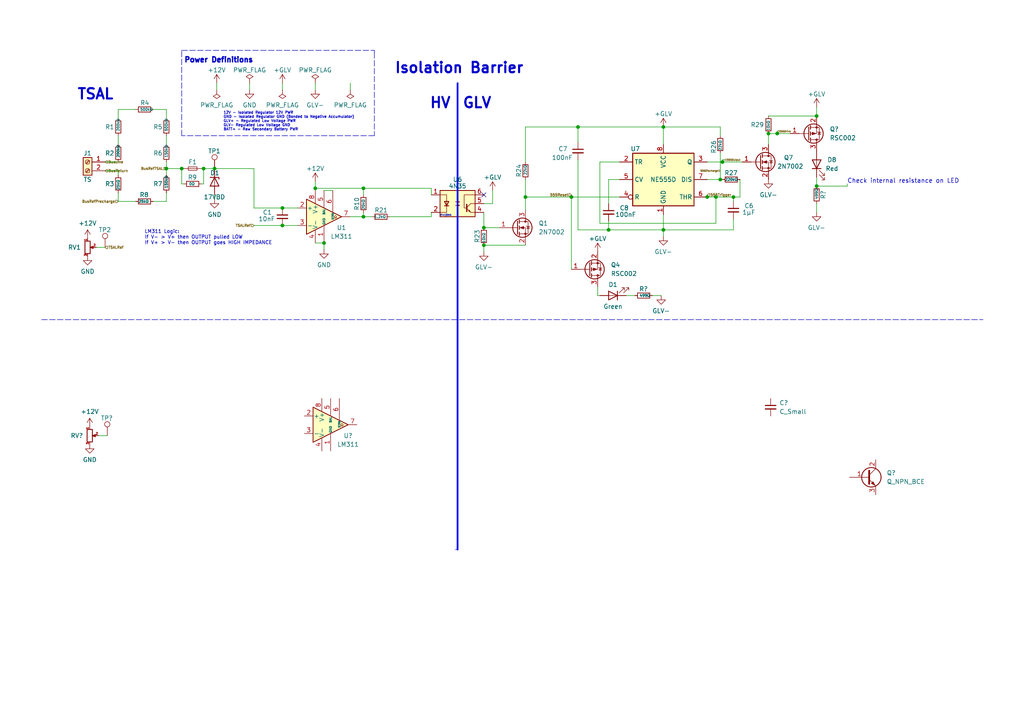
<source format=kicad_sch>
(kicad_sch (version 20211123) (generator eeschema)

  (uuid e43729fa-eae5-44b9-9633-c9273656e87f)

  (paper "A4")

  (lib_symbols
    (symbol "GRC_Comparator:LM311" (pin_names (offset 0.127)) (in_bom yes) (on_board yes)
      (property "Reference" "U" (id 0) (at 3.81 6.35 0)
        (effects (font (size 1.27 1.27)) (justify left))
      )
      (property "Value" "LM311" (id 1) (at 3.81 3.81 0)
        (effects (font (size 1.27 1.27)) (justify left))
      )
      (property "Footprint" "" (id 2) (at 0 0 0)
        (effects (font (size 1.27 1.27)) hide)
      )
      (property "Datasheet" "https://www.st.com/resource/en/datasheet/lm311.pdf" (id 3) (at 0 0 0)
        (effects (font (size 1.27 1.27)) hide)
      )
      (property "ki_keywords" "cmp open collector" (id 4) (at 0 0 0)
        (effects (font (size 1.27 1.27)) hide)
      )
      (property "ki_description" "Voltage Comparator, DIP-8/SOIC-8" (id 5) (at 0 0 0)
        (effects (font (size 1.27 1.27)) hide)
      )
      (property "ki_fp_filters" "SOIC*3.9x4.9mm*P1.27mm* DIP*W7.62mm*" (id 6) (at 0 0 0)
        (effects (font (size 1.27 1.27)) hide)
      )
      (symbol "LM311_0_1"
        (polyline
          (pts
            (xy 5.08 0)
            (xy -5.08 5.08)
            (xy -5.08 -5.08)
            (xy 5.08 0)
          )
          (stroke (width 0.254) (type default) (color 0 0 0 0))
          (fill (type background))
        )
        (polyline
          (pts
            (xy 3.683 -0.381)
            (xy 3.302 -0.381)
            (xy 3.683 0)
            (xy 3.302 0.381)
            (xy 2.921 0)
            (xy 3.302 -0.381)
            (xy 2.921 -0.381)
          )
          (stroke (width 0.127) (type default) (color 0 0 0 0))
          (fill (type none))
        )
      )
      (symbol "LM311_1_1"
        (pin passive line (at 0 -7.62 90) (length 5.08)
          (name "GND" (effects (font (size 0.635 0.635))))
          (number "1" (effects (font (size 1.27 1.27))))
        )
        (pin input line (at -7.62 2.54 0) (length 2.54)
          (name "+" (effects (font (size 1.27 1.27))))
          (number "2" (effects (font (size 1.27 1.27))))
        )
        (pin input line (at -7.62 -2.54 0) (length 2.54)
          (name "-" (effects (font (size 1.27 1.27))))
          (number "3" (effects (font (size 1.27 1.27))))
        )
        (pin power_in line (at -2.54 -7.62 90) (length 3.81)
          (name "V-" (effects (font (size 1.27 1.27))))
          (number "4" (effects (font (size 1.27 1.27))))
        )
        (pin input line (at 0 7.62 270) (length 5.08)
          (name "BAL" (effects (font (size 0.635 0.635))))
          (number "5" (effects (font (size 1.27 1.27))))
        )
        (pin input line (at 2.54 7.62 270) (length 6.35)
          (name "STRB" (effects (font (size 0.508 0.508))))
          (number "6" (effects (font (size 1.27 1.27))))
        )
        (pin open_collector line (at 7.62 0 180) (length 2.54)
          (name "~" (effects (font (size 1.27 1.27))))
          (number "7" (effects (font (size 1.27 1.27))))
        )
        (pin power_in line (at -2.54 7.62 270) (length 3.81)
          (name "V+" (effects (font (size 1.27 1.27))))
          (number "8" (effects (font (size 1.27 1.27))))
        )
      )
    )
    (symbol "GRC_Connector:Screw_Terminal_01x02" (pin_names (offset 1.016) hide) (in_bom yes) (on_board yes)
      (property "Reference" "J" (id 0) (at 0 2.54 0)
        (effects (font (size 1.27 1.27)))
      )
      (property "Value" "Screw_Terminal_01x02" (id 1) (at 0 -5.08 0)
        (effects (font (size 1.27 1.27)))
      )
      (property "Footprint" "" (id 2) (at 0 0 0)
        (effects (font (size 1.27 1.27)) hide)
      )
      (property "Datasheet" "~" (id 3) (at 0 0 0)
        (effects (font (size 1.27 1.27)) hide)
      )
      (property "ki_keywords" "screw terminal" (id 4) (at 0 0 0)
        (effects (font (size 1.27 1.27)) hide)
      )
      (property "ki_description" "Generic screw terminal, single row, 01x02, script generated (kicad-library-utils/schlib/autogen/connector/)" (id 5) (at 0 0 0)
        (effects (font (size 1.27 1.27)) hide)
      )
      (property "ki_fp_filters" "TerminalBlock*:*" (id 6) (at 0 0 0)
        (effects (font (size 1.27 1.27)) hide)
      )
      (symbol "Screw_Terminal_01x02_1_1"
        (rectangle (start -1.27 1.27) (end 1.27 -3.81)
          (stroke (width 0.254) (type default) (color 0 0 0 0))
          (fill (type background))
        )
        (circle (center 0 -2.54) (radius 0.635)
          (stroke (width 0.1524) (type default) (color 0 0 0 0))
          (fill (type none))
        )
        (polyline
          (pts
            (xy -0.5334 -2.2098)
            (xy 0.3302 -3.048)
          )
          (stroke (width 0.1524) (type default) (color 0 0 0 0))
          (fill (type none))
        )
        (polyline
          (pts
            (xy -0.5334 0.3302)
            (xy 0.3302 -0.508)
          )
          (stroke (width 0.1524) (type default) (color 0 0 0 0))
          (fill (type none))
        )
        (polyline
          (pts
            (xy -0.3556 -2.032)
            (xy 0.508 -2.8702)
          )
          (stroke (width 0.1524) (type default) (color 0 0 0 0))
          (fill (type none))
        )
        (polyline
          (pts
            (xy -0.3556 0.508)
            (xy 0.508 -0.3302)
          )
          (stroke (width 0.1524) (type default) (color 0 0 0 0))
          (fill (type none))
        )
        (circle (center 0 0) (radius 0.635)
          (stroke (width 0.1524) (type default) (color 0 0 0 0))
          (fill (type none))
        )
        (pin passive line (at -5.08 0 0) (length 3.81)
          (name "Pin_1" (effects (font (size 1.27 1.27))))
          (number "1" (effects (font (size 1.27 1.27))))
        )
        (pin passive line (at -5.08 -2.54 0) (length 3.81)
          (name "Pin_2" (effects (font (size 1.27 1.27))))
          (number "2" (effects (font (size 1.27 1.27))))
        )
      )
    )
    (symbol "GRC_Connector:TestPoint" (pin_numbers hide) (pin_names (offset 0.762) hide) (in_bom yes) (on_board yes)
      (property "Reference" "TP" (id 0) (at 0 6.858 0)
        (effects (font (size 1.27 1.27)))
      )
      (property "Value" "TestPoint" (id 1) (at 0 5.08 0)
        (effects (font (size 1.27 1.27)))
      )
      (property "Footprint" "" (id 2) (at 5.08 0 0)
        (effects (font (size 1.27 1.27)) hide)
      )
      (property "Datasheet" "~" (id 3) (at 5.08 0 0)
        (effects (font (size 1.27 1.27)) hide)
      )
      (property "ki_keywords" "test point tp" (id 4) (at 0 0 0)
        (effects (font (size 1.27 1.27)) hide)
      )
      (property "ki_description" "test point" (id 5) (at 0 0 0)
        (effects (font (size 1.27 1.27)) hide)
      )
      (property "ki_fp_filters" "Pin* Test*" (id 6) (at 0 0 0)
        (effects (font (size 1.27 1.27)) hide)
      )
      (symbol "TestPoint_0_1"
        (circle (center 0 3.302) (radius 0.762)
          (stroke (width 0) (type default) (color 0 0 0 0))
          (fill (type none))
        )
      )
      (symbol "TestPoint_1_1"
        (pin passive line (at 0 0 90) (length 2.54)
          (name "1" (effects (font (size 1.27 1.27))))
          (number "1" (effects (font (size 1.27 1.27))))
        )
      )
    )
    (symbol "GRC_Device:C_Small" (pin_numbers hide) (pin_names (offset 0.254) hide) (in_bom yes) (on_board yes)
      (property "Reference" "C" (id 0) (at 0.254 1.778 0)
        (effects (font (size 1.27 1.27)) (justify left))
      )
      (property "Value" "C_Small" (id 1) (at 0.254 -2.032 0)
        (effects (font (size 1.27 1.27)) (justify left))
      )
      (property "Footprint" "" (id 2) (at 0 0 0)
        (effects (font (size 1.27 1.27)) hide)
      )
      (property "Datasheet" "~" (id 3) (at 0 0 0)
        (effects (font (size 1.27 1.27)) hide)
      )
      (property "ki_keywords" "capacitor cap" (id 4) (at 0 0 0)
        (effects (font (size 1.27 1.27)) hide)
      )
      (property "ki_description" "Unpolarized capacitor, small symbol" (id 5) (at 0 0 0)
        (effects (font (size 1.27 1.27)) hide)
      )
      (property "ki_fp_filters" "C_*" (id 6) (at 0 0 0)
        (effects (font (size 1.27 1.27)) hide)
      )
      (symbol "C_Small_0_1"
        (polyline
          (pts
            (xy -1.524 -0.508)
            (xy 1.524 -0.508)
          )
          (stroke (width 0.3302) (type default) (color 0 0 0 0))
          (fill (type none))
        )
        (polyline
          (pts
            (xy -1.524 0.508)
            (xy 1.524 0.508)
          )
          (stroke (width 0.3048) (type default) (color 0 0 0 0))
          (fill (type none))
        )
      )
      (symbol "C_Small_1_1"
        (pin passive line (at 0 2.54 270) (length 2.032)
          (name "~" (effects (font (size 1.27 1.27))))
          (number "1" (effects (font (size 1.27 1.27))))
        )
        (pin passive line (at 0 -2.54 90) (length 2.032)
          (name "~" (effects (font (size 1.27 1.27))))
          (number "2" (effects (font (size 1.27 1.27))))
        )
      )
    )
    (symbol "GRC_Device:D_Zener" (pin_numbers hide) (pin_names (offset 1.016) hide) (in_bom yes) (on_board yes)
      (property "Reference" "D" (id 0) (at 0 2.54 0)
        (effects (font (size 1.27 1.27)))
      )
      (property "Value" "D_Zener" (id 1) (at 0 -2.54 0)
        (effects (font (size 1.27 1.27)))
      )
      (property "Footprint" "" (id 2) (at 0 0 0)
        (effects (font (size 1.27 1.27)) hide)
      )
      (property "Datasheet" "~" (id 3) (at 0 0 0)
        (effects (font (size 1.27 1.27)) hide)
      )
      (property "ki_keywords" "diode" (id 4) (at 0 0 0)
        (effects (font (size 1.27 1.27)) hide)
      )
      (property "ki_description" "Zener diode" (id 5) (at 0 0 0)
        (effects (font (size 1.27 1.27)) hide)
      )
      (property "ki_fp_filters" "TO-???* *_Diode_* *SingleDiode* D_*" (id 6) (at 0 0 0)
        (effects (font (size 1.27 1.27)) hide)
      )
      (symbol "D_Zener_0_1"
        (polyline
          (pts
            (xy 1.27 0)
            (xy -1.27 0)
          )
          (stroke (width 0) (type default) (color 0 0 0 0))
          (fill (type none))
        )
        (polyline
          (pts
            (xy -1.27 -1.27)
            (xy -1.27 1.27)
            (xy -0.762 1.27)
          )
          (stroke (width 0.254) (type default) (color 0 0 0 0))
          (fill (type none))
        )
        (polyline
          (pts
            (xy 1.27 -1.27)
            (xy 1.27 1.27)
            (xy -1.27 0)
            (xy 1.27 -1.27)
          )
          (stroke (width 0.254) (type default) (color 0 0 0 0))
          (fill (type none))
        )
      )
      (symbol "D_Zener_1_1"
        (pin passive line (at -3.81 0 0) (length 2.54)
          (name "K" (effects (font (size 1.27 1.27))))
          (number "1" (effects (font (size 1.27 1.27))))
        )
        (pin passive line (at 3.81 0 180) (length 2.54)
          (name "A" (effects (font (size 1.27 1.27))))
          (number "2" (effects (font (size 1.27 1.27))))
        )
      )
    )
    (symbol "GRC_Device:Fuse_Small" (pin_numbers hide) (pin_names (offset 0.254) hide) (in_bom yes) (on_board yes)
      (property "Reference" "F" (id 0) (at 0 -1.524 0)
        (effects (font (size 1.27 1.27)))
      )
      (property "Value" "Fuse_Small" (id 1) (at 0 1.524 0)
        (effects (font (size 1.27 1.27)))
      )
      (property "Footprint" "" (id 2) (at 0 0 0)
        (effects (font (size 1.27 1.27)) hide)
      )
      (property "Datasheet" "~" (id 3) (at 0 0 0)
        (effects (font (size 1.27 1.27)) hide)
      )
      (property "ki_keywords" "fuse" (id 4) (at 0 0 0)
        (effects (font (size 1.27 1.27)) hide)
      )
      (property "ki_description" "Fuse, small symbol" (id 5) (at 0 0 0)
        (effects (font (size 1.27 1.27)) hide)
      )
      (property "ki_fp_filters" "SM*" (id 6) (at 0 0 0)
        (effects (font (size 1.27 1.27)) hide)
      )
      (symbol "Fuse_Small_0_1"
        (rectangle (start -1.27 0.508) (end 1.27 -0.508)
          (stroke (width 0) (type default) (color 0 0 0 0))
          (fill (type none))
        )
        (polyline
          (pts
            (xy -1.27 0)
            (xy 1.27 0)
          )
          (stroke (width 0) (type default) (color 0 0 0 0))
          (fill (type none))
        )
      )
      (symbol "Fuse_Small_1_1"
        (pin passive line (at -2.54 0 0) (length 1.27)
          (name "~" (effects (font (size 1.27 1.27))))
          (number "1" (effects (font (size 1.27 1.27))))
        )
        (pin passive line (at 2.54 0 180) (length 1.27)
          (name "~" (effects (font (size 1.27 1.27))))
          (number "2" (effects (font (size 1.27 1.27))))
        )
      )
    )
    (symbol "GRC_Device:LED" (pin_numbers hide) (pin_names (offset 1.016) hide) (in_bom yes) (on_board yes)
      (property "Reference" "D" (id 0) (at 0 2.54 0)
        (effects (font (size 1.27 1.27)))
      )
      (property "Value" "LED" (id 1) (at 0 -2.54 0)
        (effects (font (size 1.27 1.27)))
      )
      (property "Footprint" "" (id 2) (at 0 0 0)
        (effects (font (size 1.27 1.27)) hide)
      )
      (property "Datasheet" "~" (id 3) (at 0 0 0)
        (effects (font (size 1.27 1.27)) hide)
      )
      (property "ki_keywords" "LED diode" (id 4) (at 0 0 0)
        (effects (font (size 1.27 1.27)) hide)
      )
      (property "ki_description" "Light emitting diode" (id 5) (at 0 0 0)
        (effects (font (size 1.27 1.27)) hide)
      )
      (property "ki_fp_filters" "LED* LED_SMD:* LED_THT:*" (id 6) (at 0 0 0)
        (effects (font (size 1.27 1.27)) hide)
      )
      (symbol "LED_0_1"
        (polyline
          (pts
            (xy -1.27 -1.27)
            (xy -1.27 1.27)
          )
          (stroke (width 0.254) (type default) (color 0 0 0 0))
          (fill (type none))
        )
        (polyline
          (pts
            (xy -1.27 0)
            (xy 1.27 0)
          )
          (stroke (width 0) (type default) (color 0 0 0 0))
          (fill (type none))
        )
        (polyline
          (pts
            (xy 1.27 -1.27)
            (xy 1.27 1.27)
            (xy -1.27 0)
            (xy 1.27 -1.27)
          )
          (stroke (width 0.254) (type default) (color 0 0 0 0))
          (fill (type none))
        )
        (polyline
          (pts
            (xy -3.048 -0.762)
            (xy -4.572 -2.286)
            (xy -3.81 -2.286)
            (xy -4.572 -2.286)
            (xy -4.572 -1.524)
          )
          (stroke (width 0) (type default) (color 0 0 0 0))
          (fill (type none))
        )
        (polyline
          (pts
            (xy -1.778 -0.762)
            (xy -3.302 -2.286)
            (xy -2.54 -2.286)
            (xy -3.302 -2.286)
            (xy -3.302 -1.524)
          )
          (stroke (width 0) (type default) (color 0 0 0 0))
          (fill (type none))
        )
      )
      (symbol "LED_1_1"
        (pin passive line (at -3.81 0 0) (length 2.54)
          (name "K" (effects (font (size 1.27 1.27))))
          (number "1" (effects (font (size 1.27 1.27))))
        )
        (pin passive line (at 3.81 0 180) (length 2.54)
          (name "A" (effects (font (size 1.27 1.27))))
          (number "2" (effects (font (size 1.27 1.27))))
        )
      )
    )
    (symbol "GRC_Device:Q_NMOS_GSD" (pin_names (offset 0) hide) (in_bom yes) (on_board yes)
      (property "Reference" "Q" (id 0) (at 5.08 1.27 0)
        (effects (font (size 1.27 1.27)) (justify left))
      )
      (property "Value" "Q_NMOS_GSD" (id 1) (at 5.08 -1.27 0)
        (effects (font (size 1.27 1.27)) (justify left))
      )
      (property "Footprint" "" (id 2) (at 5.08 2.54 0)
        (effects (font (size 1.27 1.27)) hide)
      )
      (property "Datasheet" "~" (id 3) (at 0 0 0)
        (effects (font (size 1.27 1.27)) hide)
      )
      (property "ki_keywords" "transistor NMOS N-MOS N-MOSFET" (id 4) (at 0 0 0)
        (effects (font (size 1.27 1.27)) hide)
      )
      (property "ki_description" "N-MOSFET transistor, gate/source/drain" (id 5) (at 0 0 0)
        (effects (font (size 1.27 1.27)) hide)
      )
      (symbol "Q_NMOS_GSD_0_1"
        (polyline
          (pts
            (xy 0.254 0)
            (xy -2.54 0)
          )
          (stroke (width 0) (type default) (color 0 0 0 0))
          (fill (type none))
        )
        (polyline
          (pts
            (xy 0.254 1.905)
            (xy 0.254 -1.905)
          )
          (stroke (width 0.254) (type default) (color 0 0 0 0))
          (fill (type none))
        )
        (polyline
          (pts
            (xy 0.762 -1.27)
            (xy 0.762 -2.286)
          )
          (stroke (width 0.254) (type default) (color 0 0 0 0))
          (fill (type none))
        )
        (polyline
          (pts
            (xy 0.762 0.508)
            (xy 0.762 -0.508)
          )
          (stroke (width 0.254) (type default) (color 0 0 0 0))
          (fill (type none))
        )
        (polyline
          (pts
            (xy 0.762 2.286)
            (xy 0.762 1.27)
          )
          (stroke (width 0.254) (type default) (color 0 0 0 0))
          (fill (type none))
        )
        (polyline
          (pts
            (xy 2.54 2.54)
            (xy 2.54 1.778)
          )
          (stroke (width 0) (type default) (color 0 0 0 0))
          (fill (type none))
        )
        (polyline
          (pts
            (xy 2.54 -2.54)
            (xy 2.54 0)
            (xy 0.762 0)
          )
          (stroke (width 0) (type default) (color 0 0 0 0))
          (fill (type none))
        )
        (polyline
          (pts
            (xy 0.762 -1.778)
            (xy 3.302 -1.778)
            (xy 3.302 1.778)
            (xy 0.762 1.778)
          )
          (stroke (width 0) (type default) (color 0 0 0 0))
          (fill (type none))
        )
        (polyline
          (pts
            (xy 1.016 0)
            (xy 2.032 0.381)
            (xy 2.032 -0.381)
            (xy 1.016 0)
          )
          (stroke (width 0) (type default) (color 0 0 0 0))
          (fill (type outline))
        )
        (polyline
          (pts
            (xy 2.794 0.508)
            (xy 2.921 0.381)
            (xy 3.683 0.381)
            (xy 3.81 0.254)
          )
          (stroke (width 0) (type default) (color 0 0 0 0))
          (fill (type none))
        )
        (polyline
          (pts
            (xy 3.302 0.381)
            (xy 2.921 -0.254)
            (xy 3.683 -0.254)
            (xy 3.302 0.381)
          )
          (stroke (width 0) (type default) (color 0 0 0 0))
          (fill (type none))
        )
        (circle (center 1.651 0) (radius 2.794)
          (stroke (width 0.254) (type default) (color 0 0 0 0))
          (fill (type none))
        )
        (circle (center 2.54 -1.778) (radius 0.254)
          (stroke (width 0) (type default) (color 0 0 0 0))
          (fill (type outline))
        )
        (circle (center 2.54 1.778) (radius 0.254)
          (stroke (width 0) (type default) (color 0 0 0 0))
          (fill (type outline))
        )
      )
      (symbol "Q_NMOS_GSD_1_1"
        (pin input line (at -5.08 0 0) (length 2.54)
          (name "G" (effects (font (size 1.27 1.27))))
          (number "1" (effects (font (size 1.27 1.27))))
        )
        (pin passive line (at 2.54 -5.08 90) (length 2.54)
          (name "S" (effects (font (size 1.27 1.27))))
          (number "2" (effects (font (size 1.27 1.27))))
        )
        (pin passive line (at 2.54 5.08 270) (length 2.54)
          (name "D" (effects (font (size 1.27 1.27))))
          (number "3" (effects (font (size 1.27 1.27))))
        )
      )
    )
    (symbol "GRC_Device:Q_NPN_BCE" (pin_names (offset 0) hide) (in_bom yes) (on_board yes)
      (property "Reference" "Q" (id 0) (at 5.08 1.27 0)
        (effects (font (size 1.27 1.27)) (justify left))
      )
      (property "Value" "Q_NPN_BCE" (id 1) (at 5.08 -1.27 0)
        (effects (font (size 1.27 1.27)) (justify left))
      )
      (property "Footprint" "" (id 2) (at 5.08 2.54 0)
        (effects (font (size 1.27 1.27)) hide)
      )
      (property "Datasheet" "~" (id 3) (at 0 0 0)
        (effects (font (size 1.27 1.27)) hide)
      )
      (property "ki_keywords" "transistor NPN" (id 4) (at 0 0 0)
        (effects (font (size 1.27 1.27)) hide)
      )
      (property "ki_description" "NPN transistor, base/collector/emitter" (id 5) (at 0 0 0)
        (effects (font (size 1.27 1.27)) hide)
      )
      (symbol "Q_NPN_BCE_0_1"
        (polyline
          (pts
            (xy 0.635 0.635)
            (xy 2.54 2.54)
          )
          (stroke (width 0) (type default) (color 0 0 0 0))
          (fill (type none))
        )
        (polyline
          (pts
            (xy 0.635 -0.635)
            (xy 2.54 -2.54)
            (xy 2.54 -2.54)
          )
          (stroke (width 0) (type default) (color 0 0 0 0))
          (fill (type none))
        )
        (polyline
          (pts
            (xy 0.635 1.905)
            (xy 0.635 -1.905)
            (xy 0.635 -1.905)
          )
          (stroke (width 0.508) (type default) (color 0 0 0 0))
          (fill (type none))
        )
        (polyline
          (pts
            (xy 1.27 -1.778)
            (xy 1.778 -1.27)
            (xy 2.286 -2.286)
            (xy 1.27 -1.778)
            (xy 1.27 -1.778)
          )
          (stroke (width 0) (type default) (color 0 0 0 0))
          (fill (type outline))
        )
        (circle (center 1.27 0) (radius 2.8194)
          (stroke (width 0.254) (type default) (color 0 0 0 0))
          (fill (type none))
        )
      )
      (symbol "Q_NPN_BCE_1_1"
        (pin input line (at -5.08 0 0) (length 5.715)
          (name "B" (effects (font (size 1.27 1.27))))
          (number "1" (effects (font (size 1.27 1.27))))
        )
        (pin passive line (at 2.54 5.08 270) (length 2.54)
          (name "C" (effects (font (size 1.27 1.27))))
          (number "2" (effects (font (size 1.27 1.27))))
        )
        (pin passive line (at 2.54 -5.08 90) (length 2.54)
          (name "E" (effects (font (size 1.27 1.27))))
          (number "3" (effects (font (size 1.27 1.27))))
        )
      )
    )
    (symbol "GRC_Device:Q_PMOS_GSD" (pin_names (offset 0) hide) (in_bom yes) (on_board yes)
      (property "Reference" "Q" (id 0) (at 5.08 1.27 0)
        (effects (font (size 1.27 1.27)) (justify left))
      )
      (property "Value" "Q_PMOS_GSD" (id 1) (at 5.08 -1.27 0)
        (effects (font (size 1.27 1.27)) (justify left))
      )
      (property "Footprint" "" (id 2) (at 5.08 2.54 0)
        (effects (font (size 1.27 1.27)) hide)
      )
      (property "Datasheet" "~" (id 3) (at 0 0 0)
        (effects (font (size 1.27 1.27)) hide)
      )
      (property "ki_keywords" "transistor PMOS P-MOS P-MOSFET" (id 4) (at 0 0 0)
        (effects (font (size 1.27 1.27)) hide)
      )
      (property "ki_description" "P-MOSFET transistor, gate/source/drain" (id 5) (at 0 0 0)
        (effects (font (size 1.27 1.27)) hide)
      )
      (symbol "Q_PMOS_GSD_0_1"
        (polyline
          (pts
            (xy 0.254 0)
            (xy -2.54 0)
          )
          (stroke (width 0) (type default) (color 0 0 0 0))
          (fill (type none))
        )
        (polyline
          (pts
            (xy 0.254 1.905)
            (xy 0.254 -1.905)
          )
          (stroke (width 0.254) (type default) (color 0 0 0 0))
          (fill (type none))
        )
        (polyline
          (pts
            (xy 0.762 -1.27)
            (xy 0.762 -2.286)
          )
          (stroke (width 0.254) (type default) (color 0 0 0 0))
          (fill (type none))
        )
        (polyline
          (pts
            (xy 0.762 0.508)
            (xy 0.762 -0.508)
          )
          (stroke (width 0.254) (type default) (color 0 0 0 0))
          (fill (type none))
        )
        (polyline
          (pts
            (xy 0.762 2.286)
            (xy 0.762 1.27)
          )
          (stroke (width 0.254) (type default) (color 0 0 0 0))
          (fill (type none))
        )
        (polyline
          (pts
            (xy 2.54 2.54)
            (xy 2.54 1.778)
          )
          (stroke (width 0) (type default) (color 0 0 0 0))
          (fill (type none))
        )
        (polyline
          (pts
            (xy 2.54 -2.54)
            (xy 2.54 0)
            (xy 0.762 0)
          )
          (stroke (width 0) (type default) (color 0 0 0 0))
          (fill (type none))
        )
        (polyline
          (pts
            (xy 0.762 1.778)
            (xy 3.302 1.778)
            (xy 3.302 -1.778)
            (xy 0.762 -1.778)
          )
          (stroke (width 0) (type default) (color 0 0 0 0))
          (fill (type none))
        )
        (polyline
          (pts
            (xy 2.286 0)
            (xy 1.27 0.381)
            (xy 1.27 -0.381)
            (xy 2.286 0)
          )
          (stroke (width 0) (type default) (color 0 0 0 0))
          (fill (type outline))
        )
        (polyline
          (pts
            (xy 2.794 -0.508)
            (xy 2.921 -0.381)
            (xy 3.683 -0.381)
            (xy 3.81 -0.254)
          )
          (stroke (width 0) (type default) (color 0 0 0 0))
          (fill (type none))
        )
        (polyline
          (pts
            (xy 3.302 -0.381)
            (xy 2.921 0.254)
            (xy 3.683 0.254)
            (xy 3.302 -0.381)
          )
          (stroke (width 0) (type default) (color 0 0 0 0))
          (fill (type none))
        )
        (circle (center 1.651 0) (radius 2.794)
          (stroke (width 0.254) (type default) (color 0 0 0 0))
          (fill (type none))
        )
        (circle (center 2.54 -1.778) (radius 0.254)
          (stroke (width 0) (type default) (color 0 0 0 0))
          (fill (type outline))
        )
        (circle (center 2.54 1.778) (radius 0.254)
          (stroke (width 0) (type default) (color 0 0 0 0))
          (fill (type outline))
        )
      )
      (symbol "Q_PMOS_GSD_1_1"
        (pin input line (at -5.08 0 0) (length 2.54)
          (name "G" (effects (font (size 1.27 1.27))))
          (number "1" (effects (font (size 1.27 1.27))))
        )
        (pin passive line (at 2.54 -5.08 90) (length 2.54)
          (name "S" (effects (font (size 1.27 1.27))))
          (number "2" (effects (font (size 1.27 1.27))))
        )
        (pin passive line (at 2.54 5.08 270) (length 2.54)
          (name "D" (effects (font (size 1.27 1.27))))
          (number "3" (effects (font (size 1.27 1.27))))
        )
      )
    )
    (symbol "GRC_Device:R_Potentiometer_Small" (pin_names (offset 1.016) hide) (in_bom yes) (on_board yes)
      (property "Reference" "RV" (id 0) (at -4.445 0 90)
        (effects (font (size 1.27 1.27)))
      )
      (property "Value" "R_Potentiometer_Small" (id 1) (at -2.54 0 90)
        (effects (font (size 1.27 1.27)))
      )
      (property "Footprint" "" (id 2) (at 0 0 0)
        (effects (font (size 1.27 1.27)) hide)
      )
      (property "Datasheet" "~" (id 3) (at 0 0 0)
        (effects (font (size 1.27 1.27)) hide)
      )
      (property "ki_keywords" "resistor variable" (id 4) (at 0 0 0)
        (effects (font (size 1.27 1.27)) hide)
      )
      (property "ki_description" "Potentiometer" (id 5) (at 0 0 0)
        (effects (font (size 1.27 1.27)) hide)
      )
      (property "ki_fp_filters" "Potentiometer*" (id 6) (at 0 0 0)
        (effects (font (size 1.27 1.27)) hide)
      )
      (symbol "R_Potentiometer_Small_0_1"
        (polyline
          (pts
            (xy 0.889 0)
            (xy 0.635 0)
            (xy 1.651 0.381)
            (xy 1.651 -0.381)
            (xy 0.635 0)
            (xy 0.889 0)
          )
          (stroke (width 0) (type default) (color 0 0 0 0))
          (fill (type outline))
        )
        (rectangle (start 0.762 1.8034) (end -0.762 -1.8034)
          (stroke (width 0.254) (type default) (color 0 0 0 0))
          (fill (type none))
        )
      )
      (symbol "R_Potentiometer_Small_1_1"
        (pin passive line (at 0 2.54 270) (length 0.635)
          (name "1" (effects (font (size 0.635 0.635))))
          (number "1" (effects (font (size 0.635 0.635))))
        )
        (pin passive line (at 2.54 0 180) (length 0.9906)
          (name "2" (effects (font (size 0.635 0.635))))
          (number "2" (effects (font (size 0.635 0.635))))
        )
        (pin passive line (at 0 -2.54 90) (length 0.635)
          (name "3" (effects (font (size 0.635 0.635))))
          (number "3" (effects (font (size 0.635 0.635))))
        )
      )
    )
    (symbol "GRC_Device:R_Small" (pin_numbers hide) (pin_names (offset 0.254) hide) (in_bom yes) (on_board yes)
      (property "Reference" "R" (id 0) (at 0.762 0.508 0)
        (effects (font (size 1.27 1.27)) (justify left))
      )
      (property "Value" "R_Small" (id 1) (at 0.762 -1.016 0)
        (effects (font (size 1.27 1.27)) (justify left))
      )
      (property "Footprint" "" (id 2) (at 0 0 0)
        (effects (font (size 1.27 1.27)) hide)
      )
      (property "Datasheet" "~" (id 3) (at 0 0 0)
        (effects (font (size 1.27 1.27)) hide)
      )
      (property "ki_keywords" "R resistor" (id 4) (at 0 0 0)
        (effects (font (size 1.27 1.27)) hide)
      )
      (property "ki_description" "Resistor, small symbol" (id 5) (at 0 0 0)
        (effects (font (size 1.27 1.27)) hide)
      )
      (property "ki_fp_filters" "R_*" (id 6) (at 0 0 0)
        (effects (font (size 1.27 1.27)) hide)
      )
      (symbol "R_Small_0_1"
        (rectangle (start -0.762 1.778) (end 0.762 -1.778)
          (stroke (width 0.2032) (type default) (color 0 0 0 0))
          (fill (type none))
        )
      )
      (symbol "R_Small_1_1"
        (pin passive line (at 0 2.54 270) (length 0.762)
          (name "~" (effects (font (size 1.27 1.27))))
          (number "1" (effects (font (size 1.27 1.27))))
        )
        (pin passive line (at 0 -2.54 90) (length 0.762)
          (name "~" (effects (font (size 1.27 1.27))))
          (number "2" (effects (font (size 1.27 1.27))))
        )
      )
    )
    (symbol "GRC_Isolator:4N35" (pin_names (offset 1.016)) (in_bom yes) (on_board yes)
      (property "Reference" "U" (id 0) (at -5.08 5.08 0)
        (effects (font (size 1.27 1.27)) (justify left))
      )
      (property "Value" "4N35" (id 1) (at 0 5.08 0)
        (effects (font (size 1.27 1.27)) (justify left))
      )
      (property "Footprint" "Package_DIP:DIP-6_W7.62mm" (id 2) (at -5.08 -5.08 0)
        (effects (font (size 1.27 1.27) italic) (justify left) hide)
      )
      (property "Datasheet" "https://www.vishay.com/docs/81181/4n35.pdf" (id 3) (at 0 0 0)
        (effects (font (size 1.27 1.27)) (justify left) hide)
      )
      (property "ki_keywords" "NPN DC Optocoupler Base Connected" (id 4) (at 0 0 0)
        (effects (font (size 1.27 1.27)) hide)
      )
      (property "ki_description" "Optocoupler, Phototransistor Output, with Base Connection, Vce 70V, CTR 100%, Viso 5000V, DIP6" (id 5) (at 0 0 0)
        (effects (font (size 1.27 1.27)) hide)
      )
      (property "ki_fp_filters" "DIP*W7.62mm*" (id 6) (at 0 0 0)
        (effects (font (size 1.27 1.27)) hide)
      )
      (symbol "4N35_0_1"
        (rectangle (start -5.08 3.81) (end 5.08 -3.81)
          (stroke (width 0.254) (type default) (color 0 0 0 0))
          (fill (type background))
        )
        (polyline
          (pts
            (xy -3.81 -0.635)
            (xy -2.54 -0.635)
          )
          (stroke (width 0.254) (type default) (color 0 0 0 0))
          (fill (type none))
        )
        (polyline
          (pts
            (xy 2.667 -1.397)
            (xy 3.81 -2.54)
          )
          (stroke (width 0) (type default) (color 0 0 0 0))
          (fill (type none))
        )
        (polyline
          (pts
            (xy 2.667 -1.143)
            (xy 3.81 0)
          )
          (stroke (width 0) (type default) (color 0 0 0 0))
          (fill (type none))
        )
        (polyline
          (pts
            (xy 3.81 -2.54)
            (xy 5.08 -2.54)
          )
          (stroke (width 0) (type default) (color 0 0 0 0))
          (fill (type none))
        )
        (polyline
          (pts
            (xy 3.81 0)
            (xy 5.08 0)
          )
          (stroke (width 0) (type default) (color 0 0 0 0))
          (fill (type none))
        )
        (polyline
          (pts
            (xy 2.667 -0.254)
            (xy 2.667 -2.286)
            (xy 2.667 -2.286)
          )
          (stroke (width 0.3556) (type default) (color 0 0 0 0))
          (fill (type none))
        )
        (polyline
          (pts
            (xy -5.08 -2.54)
            (xy -3.175 -2.54)
            (xy -3.175 2.54)
            (xy -5.08 2.54)
          )
          (stroke (width 0) (type default) (color 0 0 0 0))
          (fill (type none))
        )
        (polyline
          (pts
            (xy -3.175 -0.635)
            (xy -3.81 0.635)
            (xy -2.54 0.635)
            (xy -3.175 -0.635)
          )
          (stroke (width 0.254) (type default) (color 0 0 0 0))
          (fill (type none))
        )
        (polyline
          (pts
            (xy 3.683 -2.413)
            (xy 3.429 -1.905)
            (xy 3.175 -2.159)
            (xy 3.683 -2.413)
          )
          (stroke (width 0) (type default) (color 0 0 0 0))
          (fill (type none))
        )
        (polyline
          (pts
            (xy 5.08 2.54)
            (xy 1.905 2.54)
            (xy 1.905 -1.27)
            (xy 2.54 -1.27)
          )
          (stroke (width 0) (type default) (color 0 0 0 0))
          (fill (type none))
        )
        (polyline
          (pts
            (xy -0.635 -0.508)
            (xy 0.635 -0.508)
            (xy 0.254 -0.635)
            (xy 0.254 -0.381)
            (xy 0.635 -0.508)
          )
          (stroke (width 0) (type default) (color 0 0 0 0))
          (fill (type none))
        )
        (polyline
          (pts
            (xy -0.635 0.508)
            (xy 0.635 0.508)
            (xy 0.254 0.381)
            (xy 0.254 0.635)
            (xy 0.635 0.508)
          )
          (stroke (width 0) (type default) (color 0 0 0 0))
          (fill (type none))
        )
      )
      (symbol "4N35_1_1"
        (pin passive line (at -7.62 2.54 0) (length 2.54)
          (name "~" (effects (font (size 1.27 1.27))))
          (number "1" (effects (font (size 1.27 1.27))))
        )
        (pin passive line (at -7.62 -2.54 0) (length 2.54)
          (name "~" (effects (font (size 1.27 1.27))))
          (number "2" (effects (font (size 1.27 1.27))))
        )
        (pin no_connect line (at -5.08 0 0) (length 2.54) hide
          (name "NC" (effects (font (size 1.27 1.27))))
          (number "3" (effects (font (size 1.27 1.27))))
        )
        (pin passive line (at 7.62 -2.54 180) (length 2.54)
          (name "~" (effects (font (size 1.27 1.27))))
          (number "4" (effects (font (size 1.27 1.27))))
        )
        (pin passive line (at 7.62 0 180) (length 2.54)
          (name "~" (effects (font (size 1.27 1.27))))
          (number "5" (effects (font (size 1.27 1.27))))
        )
        (pin passive line (at 7.62 2.54 180) (length 2.54)
          (name "~" (effects (font (size 1.27 1.27))))
          (number "6" (effects (font (size 1.27 1.27))))
        )
      )
    )
    (symbol "GRC_Timer:NE555D" (in_bom yes) (on_board yes)
      (property "Reference" "U" (id 0) (at -10.16 8.89 0)
        (effects (font (size 1.27 1.27)) (justify left))
      )
      (property "Value" "NE555D" (id 1) (at 2.54 8.89 0)
        (effects (font (size 1.27 1.27)) (justify left))
      )
      (property "Footprint" "Package_SO:SOIC-8_3.9x4.9mm_P1.27mm" (id 2) (at 21.59 -10.16 0)
        (effects (font (size 1.27 1.27)) hide)
      )
      (property "Datasheet" "http://www.ti.com/lit/ds/symlink/ne555.pdf" (id 3) (at 21.59 -10.16 0)
        (effects (font (size 1.27 1.27)) hide)
      )
      (property "ki_keywords" "single timer 555" (id 4) (at 0 0 0)
        (effects (font (size 1.27 1.27)) hide)
      )
      (property "ki_description" "Precision Timers, 555 compatible, SOIC-8" (id 5) (at 0 0 0)
        (effects (font (size 1.27 1.27)) hide)
      )
      (property "ki_fp_filters" "SOIC*3.9x4.9mm*P1.27mm*" (id 6) (at 0 0 0)
        (effects (font (size 1.27 1.27)) hide)
      )
      (symbol "NE555D_0_0"
        (pin power_in line (at 0 -10.16 90) (length 2.54)
          (name "GND" (effects (font (size 1.27 1.27))))
          (number "1" (effects (font (size 1.27 1.27))))
        )
        (pin power_in line (at 0 10.16 270) (length 2.54)
          (name "VCC" (effects (font (size 1.27 1.27))))
          (number "8" (effects (font (size 1.27 1.27))))
        )
      )
      (symbol "NE555D_0_1"
        (rectangle (start -8.89 -7.62) (end 8.89 7.62)
          (stroke (width 0.254) (type default) (color 0 0 0 0))
          (fill (type background))
        )
        (rectangle (start -8.89 -7.62) (end 8.89 7.62)
          (stroke (width 0.254) (type default) (color 0 0 0 0))
          (fill (type background))
        )
      )
      (symbol "NE555D_1_1"
        (pin input line (at -12.7 5.08 0) (length 3.81)
          (name "TR" (effects (font (size 1.27 1.27))))
          (number "2" (effects (font (size 1.27 1.27))))
        )
        (pin output line (at 12.7 5.08 180) (length 3.81)
          (name "Q" (effects (font (size 1.27 1.27))))
          (number "3" (effects (font (size 1.27 1.27))))
        )
        (pin input inverted (at -12.7 -5.08 0) (length 3.81)
          (name "R" (effects (font (size 1.27 1.27))))
          (number "4" (effects (font (size 1.27 1.27))))
        )
        (pin input line (at -12.7 0 0) (length 3.81)
          (name "CV" (effects (font (size 1.27 1.27))))
          (number "5" (effects (font (size 1.27 1.27))))
        )
        (pin input line (at 12.7 -5.08 180) (length 3.81)
          (name "THR" (effects (font (size 1.27 1.27))))
          (number "6" (effects (font (size 1.27 1.27))))
        )
        (pin input line (at 12.7 0 180) (length 3.81)
          (name "DIS" (effects (font (size 1.27 1.27))))
          (number "7" (effects (font (size 1.27 1.27))))
        )
      )
    )
    (symbol "GRC_glv+:GLV+" (power) (pin_names (offset 0)) (in_bom yes) (on_board yes)
      (property "Reference" "#PWR" (id 0) (at 0 -3.81 0)
        (effects (font (size 1.27 1.27)) hide)
      )
      (property "Value" "GLV+" (id 1) (at 0 3.556 0)
        (effects (font (size 1.27 1.27)))
      )
      (property "Footprint" "" (id 2) (at 0 0 0)
        (effects (font (size 1.27 1.27)) hide)
      )
      (property "Datasheet" "" (id 3) (at 0 0 0)
        (effects (font (size 1.27 1.27)) hide)
      )
      (property "ki_keywords" "power-flag" (id 4) (at 0 0 0)
        (effects (font (size 1.27 1.27)) hide)
      )
      (property "ki_description" "Power symbol creates a global label with name \"+3.3V\"" (id 5) (at 0 0 0)
        (effects (font (size 1.27 1.27)) hide)
      )
      (symbol "GLV+_0_1"
        (polyline
          (pts
            (xy -0.762 1.27)
            (xy 0 2.54)
          )
          (stroke (width 0) (type default) (color 0 0 0 0))
          (fill (type none))
        )
        (polyline
          (pts
            (xy 0 0)
            (xy 0 2.54)
          )
          (stroke (width 0) (type default) (color 0 0 0 0))
          (fill (type none))
        )
        (polyline
          (pts
            (xy 0 2.54)
            (xy 0.762 1.27)
          )
          (stroke (width 0) (type default) (color 0 0 0 0))
          (fill (type none))
        )
      )
      (symbol "GLV+_1_1"
        (pin power_in line (at 0 0 90) (length 0) hide
          (name "+GLV" (effects (font (size 1.27 1.27))))
          (number "1" (effects (font (size 1.27 1.27))))
        )
      )
    )
    (symbol "GRC_glv-:GLV-" (power) (pin_names (offset 0)) (in_bom yes) (on_board yes)
      (property "Reference" "#PWR" (id 0) (at 0 -6.35 0)
        (effects (font (size 1.27 1.27)) hide)
      )
      (property "Value" "GLV-" (id 1) (at 0 -3.81 0)
        (effects (font (size 1.27 1.27)))
      )
      (property "Footprint" "" (id 2) (at 0 0 0)
        (effects (font (size 1.27 1.27)) hide)
      )
      (property "Datasheet" "" (id 3) (at 0 0 0)
        (effects (font (size 1.27 1.27)) hide)
      )
      (property "ki_keywords" "power-flag" (id 4) (at 0 0 0)
        (effects (font (size 1.27 1.27)) hide)
      )
      (property "ki_description" "Power symbol creates a global label with name \"GND\" , ground" (id 5) (at 0 0 0)
        (effects (font (size 1.27 1.27)) hide)
      )
      (symbol "GLV-_0_1"
        (polyline
          (pts
            (xy 0 0)
            (xy 0 -1.27)
            (xy 1.27 -1.27)
            (xy 0 -2.54)
            (xy -1.27 -1.27)
            (xy 0 -1.27)
          )
          (stroke (width 0) (type default) (color 0 0 0 0))
          (fill (type none))
        )
      )
      (symbol "GLV-_1_1"
        (pin power_in line (at 0 0 270) (length 0) hide
          (name "GLV-" (effects (font (size 1.27 1.27))))
          (number "1" (effects (font (size 1.27 1.27))))
        )
      )
    )
    (symbol "power:+12V" (power) (pin_names (offset 0)) (in_bom yes) (on_board yes)
      (property "Reference" "#PWR" (id 0) (at 0 -3.81 0)
        (effects (font (size 1.27 1.27)) hide)
      )
      (property "Value" "+12V" (id 1) (at 0 3.556 0)
        (effects (font (size 1.27 1.27)))
      )
      (property "Footprint" "" (id 2) (at 0 0 0)
        (effects (font (size 1.27 1.27)) hide)
      )
      (property "Datasheet" "" (id 3) (at 0 0 0)
        (effects (font (size 1.27 1.27)) hide)
      )
      (property "ki_keywords" "power-flag" (id 4) (at 0 0 0)
        (effects (font (size 1.27 1.27)) hide)
      )
      (property "ki_description" "Power symbol creates a global label with name \"+12V\"" (id 5) (at 0 0 0)
        (effects (font (size 1.27 1.27)) hide)
      )
      (symbol "+12V_0_1"
        (polyline
          (pts
            (xy -0.762 1.27)
            (xy 0 2.54)
          )
          (stroke (width 0) (type default) (color 0 0 0 0))
          (fill (type none))
        )
        (polyline
          (pts
            (xy 0 0)
            (xy 0 2.54)
          )
          (stroke (width 0) (type default) (color 0 0 0 0))
          (fill (type none))
        )
        (polyline
          (pts
            (xy 0 2.54)
            (xy 0.762 1.27)
          )
          (stroke (width 0) (type default) (color 0 0 0 0))
          (fill (type none))
        )
      )
      (symbol "+12V_1_1"
        (pin power_in line (at 0 0 90) (length 0) hide
          (name "+12V" (effects (font (size 1.27 1.27))))
          (number "1" (effects (font (size 1.27 1.27))))
        )
      )
    )
    (symbol "power:GND" (power) (pin_names (offset 0)) (in_bom yes) (on_board yes)
      (property "Reference" "#PWR" (id 0) (at 0 -6.35 0)
        (effects (font (size 1.27 1.27)) hide)
      )
      (property "Value" "GND" (id 1) (at 0 -3.81 0)
        (effects (font (size 1.27 1.27)))
      )
      (property "Footprint" "" (id 2) (at 0 0 0)
        (effects (font (size 1.27 1.27)) hide)
      )
      (property "Datasheet" "" (id 3) (at 0 0 0)
        (effects (font (size 1.27 1.27)) hide)
      )
      (property "ki_keywords" "power-flag" (id 4) (at 0 0 0)
        (effects (font (size 1.27 1.27)) hide)
      )
      (property "ki_description" "Power symbol creates a global label with name \"GND\" , ground" (id 5) (at 0 0 0)
        (effects (font (size 1.27 1.27)) hide)
      )
      (symbol "GND_0_1"
        (polyline
          (pts
            (xy 0 0)
            (xy 0 -1.27)
            (xy 1.27 -1.27)
            (xy 0 -2.54)
            (xy -1.27 -1.27)
            (xy 0 -1.27)
          )
          (stroke (width 0) (type default) (color 0 0 0 0))
          (fill (type none))
        )
      )
      (symbol "GND_1_1"
        (pin power_in line (at 0 0 270) (length 0) hide
          (name "GND" (effects (font (size 1.27 1.27))))
          (number "1" (effects (font (size 1.27 1.27))))
        )
      )
    )
    (symbol "power:PWR_FLAG" (power) (pin_numbers hide) (pin_names (offset 0) hide) (in_bom yes) (on_board yes)
      (property "Reference" "#FLG" (id 0) (at 0 1.905 0)
        (effects (font (size 1.27 1.27)) hide)
      )
      (property "Value" "PWR_FLAG" (id 1) (at 0 3.81 0)
        (effects (font (size 1.27 1.27)))
      )
      (property "Footprint" "" (id 2) (at 0 0 0)
        (effects (font (size 1.27 1.27)) hide)
      )
      (property "Datasheet" "~" (id 3) (at 0 0 0)
        (effects (font (size 1.27 1.27)) hide)
      )
      (property "ki_keywords" "power-flag" (id 4) (at 0 0 0)
        (effects (font (size 1.27 1.27)) hide)
      )
      (property "ki_description" "Special symbol for telling ERC where power comes from" (id 5) (at 0 0 0)
        (effects (font (size 1.27 1.27)) hide)
      )
      (symbol "PWR_FLAG_0_0"
        (pin power_out line (at 0 0 90) (length 0)
          (name "pwr" (effects (font (size 1.27 1.27))))
          (number "1" (effects (font (size 1.27 1.27))))
        )
      )
      (symbol "PWR_FLAG_0_1"
        (polyline
          (pts
            (xy 0 0)
            (xy 0 1.27)
            (xy -1.016 1.905)
            (xy 0 2.54)
            (xy 1.016 1.905)
            (xy 0 1.27)
          )
          (stroke (width 0) (type default) (color 0 0 0 0))
          (fill (type none))
        )
      )
    )
  )

  (junction (at 59.055 48.895) (diameter 0) (color 0 0 0 0)
    (uuid 03e3d661-0e61-4ee6-8473-101a5fea8603)
  )
  (junction (at 105.41 62.865) (diameter 0) (color 0 0 0 0)
    (uuid 0e5ab44d-164a-40c3-8ad5-b9e9e1b3a18d)
  )
  (junction (at 167.64 36.83) (diameter 0) (color 0 0 0 0)
    (uuid 1660c80e-de22-45fc-887a-fe3da2b79d7b)
  )
  (junction (at 205.105 57.15) (diameter 0) (color 0 0 0 0)
    (uuid 188d41d4-b884-4f3c-9c07-212b8c9a283f)
  )
  (junction (at 207.645 57.15) (diameter 0) (color 0 0 0 0)
    (uuid 1f488eb9-3200-47a6-a627-f72cbf6defd6)
  )
  (junction (at 192.405 66.675) (diameter 0) (color 0 0 0 0)
    (uuid 238048db-ff11-4c3b-a718-30415fec2c76)
  )
  (junction (at 140.335 66.04) (diameter 0) (color 0 0 0 0)
    (uuid 27c5539a-afa8-4d75-b7f8-bee3830267b2)
  )
  (junction (at 212.725 57.15) (diameter 0) (color 0 0 0 0)
    (uuid 34c86c99-cd6c-41ec-a09b-0e4a0138703d)
  )
  (junction (at 48.26 48.895) (diameter 0) (color 0 0 0 0)
    (uuid 3594862f-17c6-4895-b52c-1d51be038337)
  )
  (junction (at 93.98 70.485) (diameter 0) (color 0 0 0 0)
    (uuid 4490240c-cf16-483a-a4e2-7bc77f8e67a9)
  )
  (junction (at 165.735 57.15) (diameter 0) (color 0 0 0 0)
    (uuid 459cf2d8-4408-4735-a08a-f1fa615af7d4)
  )
  (junction (at 91.44 54.61) (diameter 0) (color 0 0 0 0)
    (uuid 706daa25-c302-42ce-992a-56c9a661c827)
  )
  (junction (at 236.855 53.975) (diameter 0) (color 0 0 0 0)
    (uuid 764fc0d6-37a6-4f1b-8f5b-7a7f5dbcb52b)
  )
  (junction (at 81.915 65.405) (diameter 0) (color 0 0 0 0)
    (uuid 83f30017-6081-46d2-adc4-0030bb45bf4b)
  )
  (junction (at 176.53 66.675) (diameter 0) (color 0 0 0 0)
    (uuid 876a44f6-4ec1-4d3d-b073-6b14509afa36)
  )
  (junction (at 225.425 38.735) (diameter 0) (color 0 0 0 0)
    (uuid 89d42228-ebf0-4925-8621-6e980f15360d)
  )
  (junction (at 152.4 57.15) (diameter 0) (color 0 0 0 0)
    (uuid 94e9e9c7-688d-492c-b264-4d641e89b29b)
  )
  (junction (at 140.335 71.12) (diameter 0) (color 0 0 0 0)
    (uuid 9993c8d0-35e9-4aba-ae9e-dcd9fad3a709)
  )
  (junction (at 236.855 33.655) (diameter 0) (color 0 0 0 0)
    (uuid 9a54b55a-cca2-4d95-b741-c12c4a332512)
  )
  (junction (at 81.915 60.325) (diameter 0) (color 0 0 0 0)
    (uuid 9de42e64-d52e-4296-b64a-0c2dd778558d)
  )
  (junction (at 208.915 52.07) (diameter 0) (color 0 0 0 0)
    (uuid 9edbe744-ab42-4688-b5a3-a6dcf381eea3)
  )
  (junction (at 62.23 48.895) (diameter 0) (color 0 0 0 0)
    (uuid a8b0490e-de3e-4ed1-9ad5-f767bd34d952)
  )
  (junction (at 222.885 38.735) (diameter 0) (color 0 0 0 0)
    (uuid b35d4173-7fef-4337-9f13-d456d430f686)
  )
  (junction (at 52.705 48.895) (diameter 0) (color 0 0 0 0)
    (uuid bac0688f-41b3-438e-ad31-ba441b21d85f)
  )
  (junction (at 192.405 36.83) (diameter 0) (color 0 0 0 0)
    (uuid da1fad05-8d26-408b-9cf1-1467e5e50ab5)
  )
  (junction (at 105.41 54.61) (diameter 0) (color 0 0 0 0)
    (uuid ef3dc720-8de5-4557-9517-ed80084009b4)
  )
  (junction (at 209.55 46.99) (diameter 0) (color 0 0 0 0)
    (uuid fd9fd703-b669-4b61-a01e-920e5180c3e4)
  )

  (no_connect (at 140.335 56.515) (uuid df14cc9a-b573-4ea6-916f-435164d2572d))

  (wire (pts (xy 179.705 52.07) (xy 176.53 52.07))
    (stroke (width 0) (type default) (color 0 0 0 0))
    (uuid 0115afd9-6a80-4ea8-ba43-3b07fc6d053d)
  )
  (wire (pts (xy 181.61 85.725) (xy 184.15 85.725))
    (stroke (width 0) (type default) (color 0 0 0 0))
    (uuid 03cb942b-84e3-43db-8653-c681941dd988)
  )
  (wire (pts (xy 173.99 46.99) (xy 173.99 64.77))
    (stroke (width 0) (type default) (color 0 0 0 0))
    (uuid 0c8673d7-7e53-4478-b9e0-0cb74d377bc9)
  )
  (wire (pts (xy 34.29 50.8) (xy 34.29 49.53))
    (stroke (width 0) (type default) (color 0 0 0 0))
    (uuid 0d105965-4325-42ff-aa37-bcd350883ea4)
  )
  (wire (pts (xy 167.64 36.83) (xy 152.4 36.83))
    (stroke (width 0) (type default) (color 0 0 0 0))
    (uuid 0d4d1327-7732-4224-9753-446de8ee905c)
  )
  (wire (pts (xy 207.645 57.15) (xy 212.725 57.15))
    (stroke (width 0) (type default) (color 0 0 0 0))
    (uuid 10968c91-24e8-4581-90ff-493f37c67f96)
  )
  (wire (pts (xy 207.645 57.15) (xy 205.105 57.15))
    (stroke (width 0) (type default) (color 0 0 0 0))
    (uuid 110b1e3d-000c-4e0a-8855-3ee7946dafd9)
  )
  (polyline (pts (xy 52.705 39.37) (xy 52.705 14.605))
    (stroke (width 0) (type default) (color 0 0 0 0))
    (uuid 113dc7b7-fb39-44ea-94ee-dfd2c5840b95)
  )

  (wire (pts (xy 189.23 85.725) (xy 191.77 85.725))
    (stroke (width 0) (type default) (color 0 0 0 0))
    (uuid 115dd5f6-7546-47ac-ad14-c068eafe5310)
  )
  (wire (pts (xy 30.48 49.53) (xy 34.29 49.53))
    (stroke (width 0) (type default) (color 0 0 0 0))
    (uuid 138aa948-b1c9-4aee-a02b-0eb013edf9f6)
  )
  (wire (pts (xy 192.405 36.83) (xy 167.64 36.83))
    (stroke (width 0) (type default) (color 0 0 0 0))
    (uuid 1677dbe9-3360-4b99-ba76-eaecd2b5e0df)
  )
  (wire (pts (xy 140.335 71.12) (xy 140.335 73.025))
    (stroke (width 0) (type default) (color 0 0 0 0))
    (uuid 176b8857-27aa-4799-bcc6-884479d7a6a9)
  )
  (polyline (pts (xy 132.08 159.385) (xy 132.715 159.385))
    (stroke (width 0) (type default) (color 0 0 0 0))
    (uuid 17c8b6b2-6220-4f9e-aa6c-f233ba9e91af)
  )

  (wire (pts (xy 34.29 39.37) (xy 34.29 41.91))
    (stroke (width 0) (type default) (color 0 0 0 0))
    (uuid 1a4d4999-9bbd-4da5-8c09-b0a9f645971b)
  )
  (wire (pts (xy 205.105 56.515) (xy 205.105 57.15))
    (stroke (width 0) (type default) (color 0 0 0 0))
    (uuid 1be79162-b191-408d-ad86-077b3156a510)
  )
  (wire (pts (xy 140.335 61.595) (xy 140.335 66.04))
    (stroke (width 0) (type default) (color 0 0 0 0))
    (uuid 1d97dcdf-54c1-4e5f-b9d6-c78157dbb55e)
  )
  (wire (pts (xy 58.42 53.34) (xy 59.055 53.34))
    (stroke (width 0) (type default) (color 0 0 0 0))
    (uuid 1db941af-4f7e-4817-827e-559b3f524b47)
  )
  (wire (pts (xy 176.53 52.07) (xy 176.53 59.055))
    (stroke (width 0) (type default) (color 0 0 0 0))
    (uuid 1e78e223-f1c9-43c7-913a-75370c9b6d57)
  )
  (wire (pts (xy 192.405 62.23) (xy 192.405 66.675))
    (stroke (width 0) (type default) (color 0 0 0 0))
    (uuid 1e978267-9814-478a-8246-bcde260c947f)
  )
  (wire (pts (xy 222.885 38.735) (xy 225.425 38.735))
    (stroke (width 0) (type default) (color 0 0 0 0))
    (uuid 214d5e15-ca68-492d-997b-a531aeb85ada)
  )
  (wire (pts (xy 173.99 64.77) (xy 207.645 64.77))
    (stroke (width 0) (type default) (color 0 0 0 0))
    (uuid 2161e6f8-76af-4817-b1e9-3dd387159fb4)
  )
  (wire (pts (xy 152.4 36.83) (xy 152.4 46.99))
    (stroke (width 0) (type default) (color 0 0 0 0))
    (uuid 24f96b3c-714d-48f9-ac3e-056adee60e18)
  )
  (wire (pts (xy 209.55 46.355) (xy 209.55 46.99))
    (stroke (width 0) (type default) (color 0 0 0 0))
    (uuid 2540e71f-d17b-4cf1-bc6d-02f72bbef172)
  )
  (wire (pts (xy 165.735 57.15) (xy 165.735 78.105))
    (stroke (width 0) (type default) (color 0 0 0 0))
    (uuid 25aac8b8-3a16-41ae-90f1-14bff6fa221d)
  )
  (wire (pts (xy 81.915 24.13) (xy 81.915 26.035))
    (stroke (width 0) (type default) (color 0 0 0 0))
    (uuid 28c20cef-a519-466e-844d-35a0e3fdc33d)
  )
  (wire (pts (xy 165.735 57.15) (xy 179.705 57.15))
    (stroke (width 0) (type default) (color 0 0 0 0))
    (uuid 2f6868fb-a674-4e0c-b0b2-6a2188bbb66b)
  )
  (wire (pts (xy 208.915 44.45) (xy 208.915 52.07))
    (stroke (width 0) (type default) (color 0 0 0 0))
    (uuid 2f9211e1-b5db-4485-bc8d-8a0551366a94)
  )
  (wire (pts (xy 214.63 52.07) (xy 214.63 57.15))
    (stroke (width 0) (type default) (color 0 0 0 0))
    (uuid 33802508-57f5-4897-af59-500b47dcad47)
  )
  (wire (pts (xy 91.44 54.61) (xy 91.44 55.245))
    (stroke (width 0) (type default) (color 0 0 0 0))
    (uuid 34074669-4105-4e32-9637-4a5c3b51c347)
  )
  (wire (pts (xy 236.855 53.975) (xy 245.745 53.975))
    (stroke (width 0) (type default) (color 0 0 0 0))
    (uuid 36123ba7-9d44-458a-85fc-550d4ae669fa)
  )
  (wire (pts (xy 173.355 83.185) (xy 173.355 85.725))
    (stroke (width 0) (type default) (color 0 0 0 0))
    (uuid 3b91bbc8-e5a5-4229-92f6-d0b58fb0699f)
  )
  (wire (pts (xy 212.725 66.675) (xy 192.405 66.675))
    (stroke (width 0) (type default) (color 0 0 0 0))
    (uuid 3c67f964-20e2-4a10-9813-08b6ad3391ac)
  )
  (wire (pts (xy 28.575 126.365) (xy 31.115 126.365))
    (stroke (width 0) (type default) (color 0 0 0 0))
    (uuid 3d68f1eb-c909-431e-9119-89823385017c)
  )
  (wire (pts (xy 91.44 70.485) (xy 93.98 70.485))
    (stroke (width 0) (type default) (color 0 0 0 0))
    (uuid 3ded4001-370a-4dbb-89e8-92e7766d5f6c)
  )
  (wire (pts (xy 209.55 46.99) (xy 215.265 46.99))
    (stroke (width 0) (type default) (color 0 0 0 0))
    (uuid 42c7a211-e3ba-4537-9102-90783472a469)
  )
  (wire (pts (xy 152.4 57.15) (xy 165.735 57.15))
    (stroke (width 0) (type default) (color 0 0 0 0))
    (uuid 46f65b51-02e2-4dd5-a2ff-2ab5d7632e29)
  )
  (polyline (pts (xy 108.585 39.37) (xy 52.705 39.37))
    (stroke (width 0) (type default) (color 0 0 0 0))
    (uuid 474fbbf1-29e8-46de-83ef-3ea1c84d40c8)
  )

  (wire (pts (xy 91.44 52.705) (xy 91.44 54.61))
    (stroke (width 0) (type default) (color 0 0 0 0))
    (uuid 47503880-d6bc-4c6f-816f-dcb5de79b918)
  )
  (wire (pts (xy 176.53 64.135) (xy 176.53 66.675))
    (stroke (width 0) (type default) (color 0 0 0 0))
    (uuid 4a02ba27-b52d-459e-8713-2e9741bdd21f)
  )
  (wire (pts (xy 236.855 31.115) (xy 236.855 33.655))
    (stroke (width 0) (type default) (color 0 0 0 0))
    (uuid 4a3a8897-6ce8-4c19-81cb-6753829e9fe9)
  )
  (wire (pts (xy 48.26 48.895) (xy 52.705 48.895))
    (stroke (width 0) (type default) (color 0 0 0 0))
    (uuid 4c4d6977-2f82-436a-86b2-7d868aa113ef)
  )
  (wire (pts (xy 245.745 53.975) (xy 245.745 53.34))
    (stroke (width 0) (type default) (color 0 0 0 0))
    (uuid 4d06d925-a367-4621-85ec-f0ef200f4719)
  )
  (wire (pts (xy 192.405 66.675) (xy 176.53 66.675))
    (stroke (width 0) (type default) (color 0 0 0 0))
    (uuid 50b133b7-65dd-4059-9237-317d4cd62e7c)
  )
  (wire (pts (xy 48.26 55.88) (xy 48.26 58.42))
    (stroke (width 0) (type default) (color 0 0 0 0))
    (uuid 52bd8c87-6242-4af7-bc40-fe1d077cba7f)
  )
  (wire (pts (xy 140.335 59.055) (xy 142.875 59.055))
    (stroke (width 0) (type default) (color 0 0 0 0))
    (uuid 5603dd13-044b-4a78-abae-dc54eb013654)
  )
  (wire (pts (xy 140.335 71.12) (xy 152.4 71.12))
    (stroke (width 0) (type default) (color 0 0 0 0))
    (uuid 57bd60dd-fece-493d-8f92-59f03ef7344a)
  )
  (wire (pts (xy 167.64 46.355) (xy 167.64 66.675))
    (stroke (width 0) (type default) (color 0 0 0 0))
    (uuid 5a6f0e9e-4018-42a6-91dc-dba6ade493fc)
  )
  (wire (pts (xy 101.6 62.865) (xy 105.41 62.865))
    (stroke (width 0) (type default) (color 0 0 0 0))
    (uuid 5ac946ed-1116-4e25-ad19-0d954c535a2a)
  )
  (wire (pts (xy 125.095 54.61) (xy 125.095 56.515))
    (stroke (width 0) (type default) (color 0 0 0 0))
    (uuid 5b49df50-d79a-4850-b9e7-fd754ed3017b)
  )
  (wire (pts (xy 222.885 41.91) (xy 222.885 38.735))
    (stroke (width 0) (type default) (color 0 0 0 0))
    (uuid 5e2a949b-722d-4c42-9c30-eb5edead4376)
  )
  (wire (pts (xy 48.26 48.895) (xy 48.26 50.8))
    (stroke (width 0) (type default) (color 0 0 0 0))
    (uuid 61c2902b-a2a7-4a5f-b1ac-9f0dd652723e)
  )
  (wire (pts (xy 142.875 59.055) (xy 142.875 55.245))
    (stroke (width 0) (type default) (color 0 0 0 0))
    (uuid 6474df46-f714-4c6c-80fa-fa8a5f1ecace)
  )
  (wire (pts (xy 105.41 61.595) (xy 105.41 62.865))
    (stroke (width 0) (type default) (color 0 0 0 0))
    (uuid 64c5dee4-58be-41f0-8c04-c5ca6e97b392)
  )
  (wire (pts (xy 30.48 46.99) (xy 34.29 46.99))
    (stroke (width 0) (type default) (color 0 0 0 0))
    (uuid 65fb6543-88d6-4359-88c8-67b3f2bc1dda)
  )
  (wire (pts (xy 125.095 62.865) (xy 125.095 61.595))
    (stroke (width 0) (type default) (color 0 0 0 0))
    (uuid 6763514c-8828-41aa-8d8b-e1e51acfd2b5)
  )
  (wire (pts (xy 212.725 57.15) (xy 212.725 58.42))
    (stroke (width 0) (type default) (color 0 0 0 0))
    (uuid 67cab376-aaf7-48d0-a3c9-6239d0e670c1)
  )
  (wire (pts (xy 48.26 46.99) (xy 48.26 48.895))
    (stroke (width 0) (type default) (color 0 0 0 0))
    (uuid 67e4a2cb-488d-44db-bfa9-b65fa35fcdb5)
  )
  (wire (pts (xy 93.98 55.245) (xy 96.52 55.245))
    (stroke (width 0) (type default) (color 0 0 0 0))
    (uuid 72cb2e88-c541-4255-a267-aabf76926029)
  )
  (wire (pts (xy 48.26 39.37) (xy 48.26 41.91))
    (stroke (width 0) (type default) (color 0 0 0 0))
    (uuid 74b510dc-6002-4c16-bc85-4aa2e5fc38d8)
  )
  (wire (pts (xy 73.66 48.895) (xy 73.66 60.325))
    (stroke (width 0) (type default) (color 0 0 0 0))
    (uuid 75ab5de8-be39-42d3-a983-00cbe3eaa3c2)
  )
  (polyline (pts (xy 132.715 24.13) (xy 132.715 159.385))
    (stroke (width 0.5) (type solid) (color 0 0 255 1))
    (uuid 7972ccf6-15ff-413f-ac4e-720fa342f86e)
  )

  (wire (pts (xy 214.63 57.15) (xy 212.725 57.15))
    (stroke (width 0) (type default) (color 0 0 0 0))
    (uuid 7abc4539-9d3a-447e-bf68-035924177e62)
  )
  (wire (pts (xy 44.45 31.75) (xy 48.26 31.75))
    (stroke (width 0) (type default) (color 0 0 0 0))
    (uuid 7c121cb1-1f26-4469-bce9-ac6b5bfbe0bd)
  )
  (polyline (pts (xy 12.065 92.71) (xy 285.115 92.71))
    (stroke (width 0) (type default) (color 0 0 0 0))
    (uuid 7df389d3-ef09-4a99-9138-456f0a209b6d)
  )

  (wire (pts (xy 208.915 39.37) (xy 208.915 36.83))
    (stroke (width 0) (type default) (color 0 0 0 0))
    (uuid 8112151c-d33d-40b7-aa83-50f0919bad4c)
  )
  (polyline (pts (xy 108.585 14.605) (xy 108.585 15.24))
    (stroke (width 0) (type default) (color 0 0 0 0))
    (uuid 81963452-2ded-4aba-bac1-752230f3e5e6)
  )

  (wire (pts (xy 105.41 62.865) (xy 107.95 62.865))
    (stroke (width 0) (type default) (color 0 0 0 0))
    (uuid 82f26cb3-e4b0-433b-84de-51d3eac6fb45)
  )
  (wire (pts (xy 48.26 31.75) (xy 48.26 34.29))
    (stroke (width 0) (type default) (color 0 0 0 0))
    (uuid 83041cf4-0f08-4a77-b381-b822e3e3174e)
  )
  (wire (pts (xy 34.29 58.42) (xy 34.29 55.88))
    (stroke (width 0) (type default) (color 0 0 0 0))
    (uuid 8344533f-75d1-45ae-80ed-a793e53219e3)
  )
  (wire (pts (xy 62.23 56.515) (xy 62.23 57.785))
    (stroke (width 0) (type default) (color 0 0 0 0))
    (uuid 84b7d1c2-64ae-495d-8df6-cae6e7d14fa9)
  )
  (wire (pts (xy 207.645 64.77) (xy 207.645 57.15))
    (stroke (width 0) (type default) (color 0 0 0 0))
    (uuid 8ab7d128-961b-455b-a0d3-93c98a6333a6)
  )
  (wire (pts (xy 179.705 46.99) (xy 173.99 46.99))
    (stroke (width 0) (type default) (color 0 0 0 0))
    (uuid 8c778c8b-dd7b-4f40-989d-751616b08584)
  )
  (wire (pts (xy 105.41 54.61) (xy 125.095 54.61))
    (stroke (width 0) (type default) (color 0 0 0 0))
    (uuid 8e345689-081d-407e-989d-c7ac65fb6ba5)
  )
  (wire (pts (xy 192.405 66.675) (xy 192.405 68.58))
    (stroke (width 0) (type default) (color 0 0 0 0))
    (uuid 8eda6359-ab80-47e7-a084-71c6daeeb56a)
  )
  (wire (pts (xy 81.915 60.325) (xy 86.36 60.325))
    (stroke (width 0) (type default) (color 0 0 0 0))
    (uuid 93e7401e-b598-47d2-af69-886e370eda4b)
  )
  (wire (pts (xy 212.725 63.5) (xy 212.725 66.675))
    (stroke (width 0) (type default) (color 0 0 0 0))
    (uuid 94176f50-1e9e-4eec-9287-abb12808d4c6)
  )
  (wire (pts (xy 91.44 26.035) (xy 91.44 24.13))
    (stroke (width 0) (type default) (color 0 0 0 0))
    (uuid 9b62a8ab-807d-42d3-9b3e-64c6413b2c7a)
  )
  (wire (pts (xy 34.29 31.75) (xy 39.37 31.75))
    (stroke (width 0) (type default) (color 0 0 0 0))
    (uuid 9c857ac5-0381-4c09-93da-decc464ec6d0)
  )
  (polyline (pts (xy 108.585 15.24) (xy 108.585 39.37))
    (stroke (width 0) (type default) (color 0 0 0 0))
    (uuid 9d4f0ca9-426c-4fe4-9416-cf9b5e63796a)
  )

  (wire (pts (xy 72.39 26.035) (xy 72.39 24.13))
    (stroke (width 0) (type default) (color 0 0 0 0))
    (uuid a001d198-9bd9-4069-885d-65e1eb148e65)
  )
  (wire (pts (xy 62.865 24.13) (xy 62.865 26.035))
    (stroke (width 0) (type default) (color 0 0 0 0))
    (uuid a008f4ab-f62f-4221-be5d-167dfc2cdd83)
  )
  (wire (pts (xy 113.03 62.865) (xy 125.095 62.865))
    (stroke (width 0) (type default) (color 0 0 0 0))
    (uuid a3354810-cfb8-45ac-a867-ffd42ead2589)
  )
  (wire (pts (xy 208.915 52.07) (xy 209.55 52.07))
    (stroke (width 0) (type default) (color 0 0 0 0))
    (uuid a55f17c4-8039-41cf-8bb7-c125becf16f1)
  )
  (wire (pts (xy 34.29 34.29) (xy 34.29 31.75))
    (stroke (width 0) (type default) (color 0 0 0 0))
    (uuid a98d98a2-28d2-4d2f-baf0-a77b17c9cda3)
  )
  (polyline (pts (xy 52.705 14.605) (xy 108.585 14.605))
    (stroke (width 0) (type default) (color 0 0 0 0))
    (uuid aeaf0807-b227-4c4b-a312-a41b7aec41b0)
  )

  (wire (pts (xy 73.66 65.405) (xy 81.915 65.405))
    (stroke (width 0) (type default) (color 0 0 0 0))
    (uuid af8e37b3-fb53-4151-8c47-9475c230afb3)
  )
  (wire (pts (xy 48.26 58.42) (xy 44.45 58.42))
    (stroke (width 0) (type default) (color 0 0 0 0))
    (uuid b0a96d55-45c4-4e27-b9ba-10504fe7b79d)
  )
  (wire (pts (xy 210.185 46.355) (xy 209.55 46.355))
    (stroke (width 0) (type default) (color 0 0 0 0))
    (uuid b2a0d449-eb88-48f2-b6d3-910a0c54d19f)
  )
  (wire (pts (xy 192.405 36.83) (xy 192.405 41.91))
    (stroke (width 0) (type default) (color 0 0 0 0))
    (uuid b514ebdf-69f6-446d-b116-0efd35ebeb51)
  )
  (wire (pts (xy 152.4 57.15) (xy 152.4 60.96))
    (stroke (width 0) (type default) (color 0 0 0 0))
    (uuid b5526339-e5dd-47e8-85d6-1bdd5eaedd5e)
  )
  (wire (pts (xy 91.44 54.61) (xy 105.41 54.61))
    (stroke (width 0) (type default) (color 0 0 0 0))
    (uuid b8762a56-ad67-47da-8c15-f4b4e5528af7)
  )
  (wire (pts (xy 173.355 85.725) (xy 173.99 85.725))
    (stroke (width 0) (type default) (color 0 0 0 0))
    (uuid bbc5afd2-3381-41ad-93d7-a2bd6cab263b)
  )
  (wire (pts (xy 27.94 71.755) (xy 30.48 71.755))
    (stroke (width 0) (type default) (color 0 0 0 0))
    (uuid c1251024-c214-44a3-b654-a1a0144085ab)
  )
  (wire (pts (xy 101.6 24.13) (xy 101.6 26.035))
    (stroke (width 0) (type default) (color 0 0 0 0))
    (uuid c2cd1d74-9c77-4f48-84ea-0c2129cd6858)
  )
  (wire (pts (xy 59.055 48.895) (xy 62.23 48.895))
    (stroke (width 0) (type default) (color 0 0 0 0))
    (uuid c31aac47-5828-4fc1-91a5-d2591af38fab)
  )
  (wire (pts (xy 52.705 53.34) (xy 52.705 48.895))
    (stroke (width 0) (type default) (color 0 0 0 0))
    (uuid c4abc753-0c7a-4f63-b7e9-060181ca8d45)
  )
  (wire (pts (xy 52.705 48.895) (xy 53.34 48.895))
    (stroke (width 0) (type default) (color 0 0 0 0))
    (uuid c84b4c9f-f37b-4022-b002-6cbf97fea3ea)
  )
  (wire (pts (xy 53.34 53.34) (xy 52.705 53.34))
    (stroke (width 0) (type default) (color 0 0 0 0))
    (uuid cc933e0b-6e39-47a9-9d3d-92d993a1619f)
  )
  (wire (pts (xy 81.915 65.405) (xy 86.36 65.405))
    (stroke (width 0) (type default) (color 0 0 0 0))
    (uuid cca05b8e-f4ad-441d-904d-4884fddab022)
  )
  (wire (pts (xy 59.055 53.34) (xy 59.055 48.895))
    (stroke (width 0) (type default) (color 0 0 0 0))
    (uuid ce533520-3e15-4e88-aa69-bdd9fa9ec360)
  )
  (wire (pts (xy 105.41 56.515) (xy 105.41 54.61))
    (stroke (width 0) (type default) (color 0 0 0 0))
    (uuid d0c93373-3fa2-4bec-9446-e475650ebe0e)
  )
  (wire (pts (xy 73.66 60.325) (xy 81.915 60.325))
    (stroke (width 0) (type default) (color 0 0 0 0))
    (uuid d11ea1fa-117c-49fe-a72f-d8bf628f9819)
  )
  (wire (pts (xy 208.915 36.83) (xy 192.405 36.83))
    (stroke (width 0) (type default) (color 0 0 0 0))
    (uuid d1c73701-0c4d-4b06-b5e4-c598f977faa9)
  )
  (wire (pts (xy 167.64 66.675) (xy 176.53 66.675))
    (stroke (width 0) (type default) (color 0 0 0 0))
    (uuid d48a3179-c9b2-4528-af69-73f5efe35fbf)
  )
  (wire (pts (xy 167.64 36.83) (xy 167.64 41.275))
    (stroke (width 0) (type default) (color 0 0 0 0))
    (uuid d909adea-5de6-4a86-93bd-99a14d73c3af)
  )
  (wire (pts (xy 39.37 58.42) (xy 34.29 58.42))
    (stroke (width 0) (type default) (color 0 0 0 0))
    (uuid db436691-3b6b-4391-a47a-e1f1393e07e8)
  )
  (wire (pts (xy 58.42 48.895) (xy 59.055 48.895))
    (stroke (width 0) (type default) (color 0 0 0 0))
    (uuid dc2ff40a-7a84-449e-9c76-c4b44c0cac30)
  )
  (wire (pts (xy 152.4 52.07) (xy 152.4 57.15))
    (stroke (width 0) (type default) (color 0 0 0 0))
    (uuid def326bb-101b-4e5e-9f6e-75091e75622c)
  )
  (wire (pts (xy 93.98 70.485) (xy 93.98 72.39))
    (stroke (width 0) (type default) (color 0 0 0 0))
    (uuid e5fe51d5-8518-48a4-9e6f-462e9b6b35ea)
  )
  (wire (pts (xy 205.105 52.07) (xy 208.915 52.07))
    (stroke (width 0) (type default) (color 0 0 0 0))
    (uuid eb558b2e-0ee2-494e-815a-90bc366ffebf)
  )
  (wire (pts (xy 205.105 46.99) (xy 209.55 46.99))
    (stroke (width 0) (type default) (color 0 0 0 0))
    (uuid ebfbc3ce-6afb-4861-868d-5048a30bcc6f)
  )
  (wire (pts (xy 62.23 48.895) (xy 73.66 48.895))
    (stroke (width 0) (type default) (color 0 0 0 0))
    (uuid edbeb387-3c93-4c4f-b505-f79fec8bdec3)
  )
  (wire (pts (xy 140.335 66.04) (xy 144.78 66.04))
    (stroke (width 0) (type default) (color 0 0 0 0))
    (uuid f1488d21-4eeb-4416-9dad-5d0a6451f292)
  )
  (wire (pts (xy 225.425 38.735) (xy 229.235 38.735))
    (stroke (width 0) (type default) (color 0 0 0 0))
    (uuid f24877bd-a434-4efd-a8e8-6534b71301c3)
  )
  (wire (pts (xy 236.855 33.655) (xy 222.885 33.655))
    (stroke (width 0) (type default) (color 0 0 0 0))
    (uuid f59a4f5e-94ab-4c7c-8fe5-ddc220464b11)
  )
  (wire (pts (xy 236.855 59.055) (xy 236.855 61.595))
    (stroke (width 0) (type default) (color 0 0 0 0))
    (uuid f8e6c9e9-a9dd-468f-8c1a-00c8bdcf1039)
  )
  (wire (pts (xy 165.735 56.515) (xy 165.735 57.15))
    (stroke (width 0) (type default) (color 0 0 0 0))
    (uuid fa230968-ed78-40da-a542-877dd32805e9)
  )
  (wire (pts (xy 225.425 38.1) (xy 225.425 38.735))
    (stroke (width 0) (type default) (color 0 0 0 0))
    (uuid fcca9d64-9b44-4e8b-9e28-a3410018de82)
  )
  (wire (pts (xy 236.855 51.435) (xy 236.855 53.975))
    (stroke (width 0) (type default) (color 0 0 0 0))
    (uuid fff7ff22-a041-4c32-8160-70c992b7e12e)
  )

  (text "Check internal resistance on LED\n" (at 245.745 53.34 0)
    (effects (font (size 1.27 1.27)) (justify left bottom))
    (uuid 1e2f3a27-90ed-4130-892e-a27642f9e064)
  )
  (text "HV\n" (at 124.46 31.75 0)
    (effects (font (size 3 3) (thickness 0.6) bold) (justify left bottom))
    (uuid 2a46f339-40bd-41cc-86f5-3b976df6c211)
  )
  (text "TSAL" (at 22.225 29.21 0)
    (effects (font (size 3 3) (thickness 0.6) bold) (justify left bottom))
    (uuid 2e4bc21f-0c8a-47d1-b831-be33230fc290)
  )
  (text "12V - Isolated Regulator 12V PWR\nGND - Isolated Regulator GND (Bonded to Negative Accumulator)\nGLV+ - Regulated Low Voltage PWR\nGLV- Regulated Low Voltage GND\nBATT+ - Raw Secondary Battery PWR"
    (at 64.77 38.1 0)
    (effects (font (size 0.75 0.75)) (justify left bottom))
    (uuid 4e47253a-05df-4258-98a8-e39809a8ce2d)
  )
  (text "GLV" (at 133.985 31.75 0)
    (effects (font (size 3 3) (thickness 0.6) bold) (justify left bottom))
    (uuid 6f852484-fc29-405e-a22f-e0016eaff5a1)
  )
  (text "Isolation Barrier\n" (at 114.3 21.59 0)
    (effects (font (size 3 3) (thickness 0.6) bold) (justify left bottom))
    (uuid 768dc7ac-db18-4b14-afc8-825156eb6b14)
  )
  (text "LM311 Logic:\nIf V- > V+ then OUTPUT pulled LOW\nIf V+ > V- then OUTPUT goes HIGH IMPEDANCE"
    (at 41.91 71.12 0)
    (effects (font (size 1 1)) (justify left bottom))
    (uuid b9485bf3-8387-4764-80d3-40c4c16a8758)
  )
  (text "If=10mA\n" (at 127.635 62.865 0)
    (effects (font (size 0.5 0.5)) (justify left bottom))
    (uuid bc89f67d-be9d-4c4d-bdce-98ef544ab902)
  )
  (text "Power Definitions" (at 53.34 18.415 0)
    (effects (font (size 1.5 1.5) (thickness 0.6) bold) (justify left bottom))
    (uuid df9d3160-0dc1-4a59-ba2a-6e08e4f5c644)
  )

  (hierarchical_label "TSALRef" (shape input) (at 30.48 71.755 0)
    (effects (font (size 0.75 0.75)) (justify left))
    (uuid 24e74e68-ef26-4273-a42f-e8a7283546b2)
  )
  (hierarchical_label "BusLine" (shape input) (at 30.48 46.99 0)
    (effects (font (size 0.75 0.75)) (justify left))
    (uuid 24f5d4ae-8010-49b8-9add-12e74fc63ac7)
  )
  (hierarchical_label "555Trigger" (shape input) (at 205.105 56.515 0)
    (effects (font (size 0.75 0.75)) (justify left))
    (uuid 36ca4770-6cbb-4883-a4ee-47445d4149dc)
  )
  (hierarchical_label "555Output" (shape input) (at 210.185 46.355 0)
    (effects (font (size 0.5 0.5)) (justify left))
    (uuid 7e1db5f0-bcfa-4d42-8840-14ea143a2ab2)
  )
  (hierarchical_label "BusReturn" (shape input) (at 30.48 49.53 0)
    (effects (font (size 0.75 0.75)) (justify left))
    (uuid 8a780b66-d1a1-44f0-aacc-7de0edb6b80d)
  )
  (hierarchical_label "555Discharge" (shape input) (at 208.915 49.53 180)
    (effects (font (size 0.5 0.5)) (justify right))
    (uuid 95454140-8454-4c4b-acc4-9465a40d08c5)
  )
  (hierarchical_label "555Drive" (shape input) (at 225.425 38.1 0)
    (effects (font (size 0.5 0.5)) (justify left))
    (uuid ac333a3c-47b0-4518-8c83-fa9563f9551e)
  )
  (hierarchical_label "BusRefPrecharge" (shape input) (at 34.29 58.42 180)
    (effects (font (size 0.75 0.75)) (justify right))
    (uuid b88c6a7b-8363-4cad-af1e-f5aac5dcac2d)
  )
  (hierarchical_label "BusRefTSAL" (shape input) (at 48.26 48.895 180)
    (effects (font (size 0.75 0.75)) (justify right))
    (uuid bffd4dbd-da5c-45cb-8a65-c21122f1f36e)
  )
  (hierarchical_label "555Reset" (shape input) (at 165.735 56.515 180)
    (effects (font (size 0.75 0.75)) (justify right))
    (uuid de86a290-7069-419a-afcd-5af62124de59)
  )
  (hierarchical_label "TSALRef" (shape input) (at 73.66 65.405 180)
    (effects (font (size 0.75 0.75)) (justify right))
    (uuid fa301b2a-7cf9-4fe5-91bd-e76865b27c2c)
  )

  (symbol (lib_id "GRC_Comparator:LM311") (at 93.98 62.865 0) (unit 1)
    (in_bom yes) (on_board yes)
    (uuid 00aa1a49-26a1-43dc-b297-352b53e65825)
    (property "Reference" "U1" (id 0) (at 99.06 66.04 0))
    (property "Value" "LM311" (id 1) (at 99.06 68.58 0))
    (property "Footprint" "" (id 2) (at 93.98 62.865 0)
      (effects (font (size 1.27 1.27)) hide)
    )
    (property "Datasheet" "https://www.st.com/resource/en/datasheet/lm311.pdf" (id 3) (at 93.98 62.865 0)
      (effects (font (size 1.27 1.27)) hide)
    )
    (pin "1" (uuid e3a573bb-463f-452a-9f08-303153ede6b7))
    (pin "2" (uuid 6d06f19a-4973-4af2-9746-7084f854ae3b))
    (pin "3" (uuid a51ac9df-3964-435b-8105-2670da044b93))
    (pin "4" (uuid 62e39ab1-deb9-4108-8f9b-feee47c5531c))
    (pin "5" (uuid f1d51eb5-faab-4d20-a04b-faf207d4d32b))
    (pin "6" (uuid 13256bb4-6391-49fd-a341-8ca6af828159))
    (pin "7" (uuid 07eea0a6-57a3-4cde-9ca6-c47d2044c111))
    (pin "8" (uuid 6e434a0f-90e2-4339-bf73-9b023d4152bb))
  )

  (symbol (lib_id "power:PWR_FLAG") (at 81.915 26.035 180) (unit 1)
    (in_bom yes) (on_board yes)
    (uuid 018b9723-eb2c-4ab2-a8b3-4cdc648699d3)
    (property "Reference" "#FLG?" (id 0) (at 81.915 27.94 0)
      (effects (font (size 1.27 1.27)) hide)
    )
    (property "Value" "PWR_FLAG" (id 1) (at 81.915 30.48 0))
    (property "Footprint" "" (id 2) (at 81.915 26.035 0)
      (effects (font (size 1.27 1.27)) hide)
    )
    (property "Datasheet" "~" (id 3) (at 81.915 26.035 0)
      (effects (font (size 1.27 1.27)) hide)
    )
    (pin "1" (uuid 4d69b8ba-3145-40a3-9230-b248df05661c))
  )

  (symbol (lib_id "GRC_Device:R_Small") (at 186.69 85.725 90) (unit 1)
    (in_bom yes) (on_board yes)
    (uuid 04ca2ef1-1d1e-4157-9285-0a899645dc7b)
    (property "Reference" "R?" (id 0) (at 187.96 83.82 90)
      (effects (font (size 1.27 1.27)) (justify left))
    )
    (property "Value" "499Ω" (id 1) (at 188.595 85.725 90)
      (effects (font (size 0.75 0.75)) (justify left))
    )
    (property "Footprint" "" (id 2) (at 186.69 85.725 0)
      (effects (font (size 1.27 1.27)) hide)
    )
    (property "Datasheet" "~" (id 3) (at 186.69 85.725 0)
      (effects (font (size 1.27 1.27)) hide)
    )
    (pin "1" (uuid 31cd028c-d789-41b9-b455-40f8f2ad188b))
    (pin "2" (uuid ead4fdb5-4ada-41ff-89c7-f97a4c956712))
  )

  (symbol (lib_id "GRC_Connector:TestPoint") (at 62.23 48.895 0) (unit 1)
    (in_bom yes) (on_board yes)
    (uuid 101dcbe9-a331-4185-ba47-315428a738b5)
    (property "Reference" "TP1" (id 0) (at 60.325 43.815 0)
      (effects (font (size 1.27 1.27)) (justify left))
    )
    (property "Value" "TestPoint" (id 1) (at 57.785 43.815 0)
      (effects (font (size 1.27 1.27)) (justify left) hide)
    )
    (property "Footprint" "" (id 2) (at 67.31 48.895 0)
      (effects (font (size 1.27 1.27)) hide)
    )
    (property "Datasheet" "~" (id 3) (at 67.31 48.895 0)
      (effects (font (size 1.27 1.27)) hide)
    )
    (pin "1" (uuid 5394ea09-1e58-4ad2-a7ea-a35a3e93f16a))
  )

  (symbol (lib_id "power:GND") (at 93.98 72.39 0) (unit 1)
    (in_bom yes) (on_board yes) (fields_autoplaced)
    (uuid 112948fa-ae79-4423-ad7b-58aaf008158b)
    (property "Reference" "#PWR?" (id 0) (at 93.98 78.74 0)
      (effects (font (size 1.27 1.27)) hide)
    )
    (property "Value" "GND" (id 1) (at 93.98 76.835 0))
    (property "Footprint" "" (id 2) (at 93.98 72.39 0)
      (effects (font (size 1.27 1.27)) hide)
    )
    (property "Datasheet" "" (id 3) (at 93.98 72.39 0)
      (effects (font (size 1.27 1.27)) hide)
    )
    (pin "1" (uuid 82b4a4ae-b3be-40e4-ad9c-904289665e53))
  )

  (symbol (lib_id "GRC_Device:R_Small") (at 41.91 58.42 90) (mirror x) (unit 1)
    (in_bom yes) (on_board yes)
    (uuid 1b37c3c1-cf2f-4f0c-9aa5-6d3a1667c05d)
    (property "Reference" "R8" (id 0) (at 43.18 56.515 90)
      (effects (font (size 1.27 1.27)) (justify left))
    )
    (property "Value" "25kΩ" (id 1) (at 43.18 58.42 90)
      (effects (font (size 0.75 0.75)) (justify left))
    )
    (property "Footprint" "" (id 2) (at 41.91 58.42 0)
      (effects (font (size 1.27 1.27)) hide)
    )
    (property "Datasheet" "~" (id 3) (at 41.91 58.42 0)
      (effects (font (size 1.27 1.27)) hide)
    )
    (pin "1" (uuid a720f970-d6a8-44c2-91d3-1ab9523980e2))
    (pin "2" (uuid 13ee6191-a2be-4c7b-ad36-085a1da05978))
  )

  (symbol (lib_id "power:+12V") (at 62.865 24.13 0) (unit 1)
    (in_bom yes) (on_board yes)
    (uuid 1b5de5f9-9ca4-41dd-b83a-14a7eab30b1b)
    (property "Reference" "#PWR?" (id 0) (at 62.865 27.94 0)
      (effects (font (size 1.27 1.27)) hide)
    )
    (property "Value" "+12V" (id 1) (at 62.865 20.32 0))
    (property "Footprint" "" (id 2) (at 62.865 24.13 0)
      (effects (font (size 1.27 1.27)) hide)
    )
    (property "Datasheet" "" (id 3) (at 62.865 24.13 0)
      (effects (font (size 1.27 1.27)) hide)
    )
    (pin "1" (uuid 74c5819c-53df-4215-8ef8-8acebd630d14))
  )

  (symbol (lib_id "power:PWR_FLAG") (at 62.865 26.035 180) (unit 1)
    (in_bom yes) (on_board yes)
    (uuid 1cf7f58c-9c60-4198-b614-7ada07d71c68)
    (property "Reference" "#FLG?" (id 0) (at 62.865 27.94 0)
      (effects (font (size 1.27 1.27)) hide)
    )
    (property "Value" "PWR_FLAG" (id 1) (at 62.865 30.48 0))
    (property "Footprint" "" (id 2) (at 62.865 26.035 0)
      (effects (font (size 1.27 1.27)) hide)
    )
    (property "Datasheet" "~" (id 3) (at 62.865 26.035 0)
      (effects (font (size 1.27 1.27)) hide)
    )
    (pin "1" (uuid 119803be-d647-457b-8d33-ce7dfe71299d))
  )

  (symbol (lib_id "GRC_Device:R_Small") (at 222.885 36.195 180) (unit 1)
    (in_bom yes) (on_board yes)
    (uuid 1d5bda1f-4e48-434d-a073-f53930ab381f)
    (property "Reference" "R29" (id 0) (at 221.615 36.195 0)
      (effects (font (size 1.27 1.27)) (justify left))
    )
    (property "Value" "10kΩ" (id 1) (at 222.885 34.925 90)
      (effects (font (size 0.75 0.75)) (justify left))
    )
    (property "Footprint" "" (id 2) (at 222.885 36.195 0)
      (effects (font (size 1.27 1.27)) hide)
    )
    (property "Datasheet" "~" (id 3) (at 222.885 36.195 0)
      (effects (font (size 1.27 1.27)) hide)
    )
    (pin "1" (uuid 1ab6b5a9-ca8a-4fe4-a87c-1c084283ff15))
    (pin "2" (uuid da676e7a-f43c-4fad-8ff5-ad0d32ff070d))
  )

  (symbol (lib_id "GRC_glv+:GLV+") (at 192.405 36.83 0) (unit 1)
    (in_bom yes) (on_board yes)
    (uuid 1d900e7a-ccd1-455c-8e15-6b2f06a47ddc)
    (property "Reference" "#PWR?" (id 0) (at 192.405 40.64 0)
      (effects (font (size 1.27 1.27)) hide)
    )
    (property "Value" "GLV+" (id 1) (at 192.405 33.02 0))
    (property "Footprint" "" (id 2) (at 192.405 36.83 0)
      (effects (font (size 1.27 1.27)) hide)
    )
    (property "Datasheet" "" (id 3) (at 192.405 36.83 0)
      (effects (font (size 1.27 1.27)) hide)
    )
    (pin "1" (uuid ee827c9d-18d0-4755-bfb1-e15b1219b162))
  )

  (symbol (lib_id "GRC_glv-:GLV-") (at 191.77 85.725 0) (unit 1)
    (in_bom yes) (on_board yes)
    (uuid 1ec8d5ab-29f9-463a-bcc9-201bb88a0007)
    (property "Reference" "#PWR?" (id 0) (at 191.77 92.075 0)
      (effects (font (size 1.27 1.27)) hide)
    )
    (property "Value" "GLV-" (id 1) (at 191.77 90.17 0))
    (property "Footprint" "" (id 2) (at 191.77 85.725 0)
      (effects (font (size 1.27 1.27)) hide)
    )
    (property "Datasheet" "" (id 3) (at 191.77 85.725 0)
      (effects (font (size 1.27 1.27)) hide)
    )
    (pin "1" (uuid d36dedeb-aede-4730-9cb3-f1a13b09792e))
  )

  (symbol (lib_id "GRC_Device:C_Small") (at 223.52 118.11 0) (unit 1)
    (in_bom yes) (on_board yes) (fields_autoplaced)
    (uuid 22c18cbc-7d8f-4189-a06b-629302355c23)
    (property "Reference" "C?" (id 0) (at 226.06 116.8462 0)
      (effects (font (size 1.27 1.27)) (justify left))
    )
    (property "Value" "C_Small" (id 1) (at 226.06 119.3862 0)
      (effects (font (size 1.27 1.27)) (justify left))
    )
    (property "Footprint" "" (id 2) (at 223.52 118.11 0)
      (effects (font (size 1.27 1.27)) hide)
    )
    (property "Datasheet" "~" (id 3) (at 223.52 118.11 0)
      (effects (font (size 1.27 1.27)) hide)
    )
    (pin "1" (uuid dee72e5e-8ec5-4588-849b-ae64c2ad4516))
    (pin "2" (uuid 19fd20dd-132e-4cee-81c7-9268250c5ee2))
  )

  (symbol (lib_id "GRC_Device:R_Small") (at 236.855 56.515 0) (unit 1)
    (in_bom yes) (on_board yes)
    (uuid 27eac917-77da-44f2-974e-e3e79309abb0)
    (property "Reference" "R?" (id 0) (at 238.76 57.785 90)
      (effects (font (size 1.27 1.27)) (justify left))
    )
    (property "Value" "499Ω" (id 1) (at 236.855 57.785 90)
      (effects (font (size 0.75 0.75)) (justify left))
    )
    (property "Footprint" "" (id 2) (at 236.855 56.515 0)
      (effects (font (size 1.27 1.27)) hide)
    )
    (property "Datasheet" "~" (id 3) (at 236.855 56.515 0)
      (effects (font (size 1.27 1.27)) hide)
    )
    (pin "1" (uuid d022b7bd-276c-4e84-a88c-37b998d18f08))
    (pin "2" (uuid f7d17c4d-66ff-4169-aa80-3ac72d52390a))
  )

  (symbol (lib_id "power:+12V") (at 26.035 123.825 0) (unit 1)
    (in_bom yes) (on_board yes)
    (uuid 2860d1d1-4f3c-4bef-b74b-817c46880886)
    (property "Reference" "#PWR?" (id 0) (at 26.035 127.635 0)
      (effects (font (size 1.27 1.27)) hide)
    )
    (property "Value" "+12V" (id 1) (at 26.035 119.38 0))
    (property "Footprint" "" (id 2) (at 26.035 123.825 0)
      (effects (font (size 1.27 1.27)) hide)
    )
    (property "Datasheet" "" (id 3) (at 26.035 123.825 0)
      (effects (font (size 1.27 1.27)) hide)
    )
    (pin "1" (uuid 77d279cd-7acc-49aa-ba3c-21e8171362b0))
  )

  (symbol (lib_id "power:PWR_FLAG") (at 91.44 24.13 0) (mirror y) (unit 1)
    (in_bom yes) (on_board yes)
    (uuid 2e52401a-5b0f-417d-bcb3-4741db3a894a)
    (property "Reference" "#FLG?" (id 0) (at 91.44 22.225 0)
      (effects (font (size 1.27 1.27)) hide)
    )
    (property "Value" "PWR_FLAG" (id 1) (at 91.44 20.32 0))
    (property "Footprint" "" (id 2) (at 91.44 24.13 0)
      (effects (font (size 1.27 1.27)) hide)
    )
    (property "Datasheet" "~" (id 3) (at 91.44 24.13 0)
      (effects (font (size 1.27 1.27)) hide)
    )
    (pin "1" (uuid c37cf1c2-059e-4af2-b32e-135cfdba60ea))
  )

  (symbol (lib_id "GRC_glv+:GLV+") (at 81.915 24.13 0) (unit 1)
    (in_bom yes) (on_board yes)
    (uuid 32336e75-70a4-4ac6-b9b4-849b6ff06413)
    (property "Reference" "#PWR?" (id 0) (at 81.915 27.94 0)
      (effects (font (size 1.27 1.27)) hide)
    )
    (property "Value" "GLV+" (id 1) (at 81.915 20.32 0))
    (property "Footprint" "" (id 2) (at 81.915 24.13 0)
      (effects (font (size 1.27 1.27)) hide)
    )
    (property "Datasheet" "" (id 3) (at 81.915 24.13 0)
      (effects (font (size 1.27 1.27)) hide)
    )
    (pin "1" (uuid 57fba08b-8816-4d81-baf0-a4c154c477df))
  )

  (symbol (lib_id "GRC_Device:Q_NMOS_GSD") (at 149.86 66.04 0) (unit 1)
    (in_bom yes) (on_board yes) (fields_autoplaced)
    (uuid 34001bbd-c05f-4c3a-a8f3-bbad7bcbf80f)
    (property "Reference" "Q1" (id 0) (at 156.21 64.7699 0)
      (effects (font (size 1.27 1.27)) (justify left))
    )
    (property "Value" "2N7002" (id 1) (at 156.21 67.3099 0)
      (effects (font (size 1.27 1.27)) (justify left))
    )
    (property "Footprint" "" (id 2) (at 154.94 63.5 0)
      (effects (font (size 1.27 1.27)) hide)
    )
    (property "Datasheet" "~" (id 3) (at 149.86 66.04 0)
      (effects (font (size 1.27 1.27)) hide)
    )
    (pin "1" (uuid b48b7c6e-d82f-43cc-a6d0-f41c30653896))
    (pin "2" (uuid 5bb55d1f-5002-48ff-9596-6a6bb812f107))
    (pin "3" (uuid b430d8cf-47cf-4471-95af-c9e9be98ef9a))
  )

  (symbol (lib_id "GRC_Device:R_Small") (at 55.88 53.34 90) (mirror x) (unit 1)
    (in_bom yes) (on_board yes)
    (uuid 37efd04d-ce0e-4422-99e6-d180149d8dee)
    (property "Reference" "R9" (id 0) (at 57.15 51.435 90)
      (effects (font (size 1.27 1.27)) (justify left))
    )
    (property "Value" "0Ω" (id 1) (at 56.515 53.34 90)
      (effects (font (size 0.75 0.75)) (justify left))
    )
    (property "Footprint" "" (id 2) (at 55.88 53.34 0)
      (effects (font (size 1.27 1.27)) hide)
    )
    (property "Datasheet" "~" (id 3) (at 55.88 53.34 0)
      (effects (font (size 1.27 1.27)) hide)
    )
    (pin "1" (uuid 241e2c46-d483-4470-b456-be804b3023d5))
    (pin "2" (uuid 87a704e1-69da-48d8-bb9d-06835595ebed))
  )

  (symbol (lib_id "GRC_Device:R_Small") (at 34.29 53.34 0) (mirror x) (unit 1)
    (in_bom yes) (on_board yes)
    (uuid 37f8ab0a-daf4-45e3-a001-1e3336ec216a)
    (property "Reference" "R3" (id 0) (at 30.48 53.34 0)
      (effects (font (size 1.27 1.27)) (justify left))
    )
    (property "Value" "25kΩ" (id 1) (at 34.29 52.07 90)
      (effects (font (size 0.75 0.75)) (justify left))
    )
    (property "Footprint" "" (id 2) (at 34.29 53.34 0)
      (effects (font (size 1.27 1.27)) hide)
    )
    (property "Datasheet" "~" (id 3) (at 34.29 53.34 0)
      (effects (font (size 1.27 1.27)) hide)
    )
    (pin "1" (uuid acdf0ccb-2706-4569-b078-8d610ef9de8f))
    (pin "2" (uuid be1dfe7a-3423-4809-8651-a0896e4adc2a))
  )

  (symbol (lib_id "GRC_glv-:GLV-") (at 140.335 73.025 0) (unit 1)
    (in_bom yes) (on_board yes)
    (uuid 39400efb-8d2a-4f02-84d5-89edd4d641f6)
    (property "Reference" "#PWR?" (id 0) (at 140.335 79.375 0)
      (effects (font (size 1.27 1.27)) hide)
    )
    (property "Value" "GLV-" (id 1) (at 140.335 77.47 0))
    (property "Footprint" "" (id 2) (at 140.335 73.025 0)
      (effects (font (size 1.27 1.27)) hide)
    )
    (property "Datasheet" "" (id 3) (at 140.335 73.025 0)
      (effects (font (size 1.27 1.27)) hide)
    )
    (pin "1" (uuid dfcbcac2-0b75-486c-bbf6-d2c9d9a93d3a))
  )

  (symbol (lib_id "GRC_Device:R_Small") (at 140.335 68.58 0) (unit 1)
    (in_bom yes) (on_board yes)
    (uuid 3b5db48c-414d-4c7a-8215-a401b748a2f9)
    (property "Reference" "R23" (id 0) (at 138.43 70.485 90)
      (effects (font (size 1.27 1.27)) (justify left))
    )
    (property "Value" "10kΩ" (id 1) (at 140.335 70.485 90)
      (effects (font (size 0.75 0.75)) (justify left))
    )
    (property "Footprint" "" (id 2) (at 140.335 68.58 0)
      (effects (font (size 1.27 1.27)) hide)
    )
    (property "Datasheet" "~" (id 3) (at 140.335 68.58 0)
      (effects (font (size 1.27 1.27)) hide)
    )
    (pin "1" (uuid eca456df-71e0-4805-a550-7bfaf84fbdbf))
    (pin "2" (uuid b77468e2-22a1-46f2-9e21-afc4b913fcfa))
  )

  (symbol (lib_id "power:PWR_FLAG") (at 101.6 26.035 180) (unit 1)
    (in_bom yes) (on_board yes)
    (uuid 448c818f-d85b-496f-8b84-1871286dc8da)
    (property "Reference" "#FLG?" (id 0) (at 101.6 27.94 0)
      (effects (font (size 1.27 1.27)) hide)
    )
    (property "Value" "PWR_FLAG" (id 1) (at 101.6 30.48 0))
    (property "Footprint" "" (id 2) (at 101.6 26.035 0)
      (effects (font (size 1.27 1.27)) hide)
    )
    (property "Datasheet" "~" (id 3) (at 101.6 26.035 0)
      (effects (font (size 1.27 1.27)) hide)
    )
    (pin "1" (uuid 9bd52dff-94d4-47ab-835a-a3189ea62ed8))
  )

  (symbol (lib_id "GRC_glv+:GLV+") (at 236.855 31.115 0) (unit 1)
    (in_bom yes) (on_board yes)
    (uuid 45ad365a-3c65-482a-96fc-d1152820fff7)
    (property "Reference" "#PWR?" (id 0) (at 236.855 34.925 0)
      (effects (font (size 1.27 1.27)) hide)
    )
    (property "Value" "GLV+" (id 1) (at 236.855 27.305 0))
    (property "Footprint" "" (id 2) (at 236.855 31.115 0)
      (effects (font (size 1.27 1.27)) hide)
    )
    (property "Datasheet" "" (id 3) (at 236.855 31.115 0)
      (effects (font (size 1.27 1.27)) hide)
    )
    (pin "1" (uuid 5a164451-8e30-4dfc-9e7e-d817ccbff2db))
  )

  (symbol (lib_id "GRC_Device:R_Small") (at 34.29 44.45 0) (unit 1)
    (in_bom yes) (on_board yes)
    (uuid 47414d8c-d07d-480e-b990-670294ecaa96)
    (property "Reference" "R2" (id 0) (at 30.48 44.45 0)
      (effects (font (size 1.27 1.27)) (justify left))
    )
    (property "Value" "200kΩ" (id 1) (at 34.29 45.72 90)
      (effects (font (size 0.75 0.75)) (justify left))
    )
    (property "Footprint" "" (id 2) (at 34.29 44.45 0)
      (effects (font (size 1.27 1.27)) hide)
    )
    (property "Datasheet" "~" (id 3) (at 34.29 44.45 0)
      (effects (font (size 1.27 1.27)) hide)
    )
    (pin "1" (uuid e189be07-8843-4e44-bb77-05d661f44501))
    (pin "2" (uuid 0ff4c0e5-829a-44c7-ac20-50a2e5dbc53f))
  )

  (symbol (lib_id "GRC_Connector:TestPoint") (at 31.115 126.365 0) (unit 1)
    (in_bom yes) (on_board yes)
    (uuid 47682a9d-ff56-45fb-9ddb-092efce5ae7c)
    (property "Reference" "TP?" (id 0) (at 29.21 121.285 0)
      (effects (font (size 1.27 1.27)) (justify left))
    )
    (property "Value" "TestPoint" (id 1) (at 26.67 121.285 0)
      (effects (font (size 1.27 1.27)) (justify left) hide)
    )
    (property "Footprint" "" (id 2) (at 36.195 126.365 0)
      (effects (font (size 1.27 1.27)) hide)
    )
    (property "Datasheet" "~" (id 3) (at 36.195 126.365 0)
      (effects (font (size 1.27 1.27)) hide)
    )
    (pin "1" (uuid 6fb12fc6-dad4-4d53-9396-42bbaa6806b5))
  )

  (symbol (lib_id "GRC_Device:R_Potentiometer_Small") (at 25.4 71.755 0) (unit 1)
    (in_bom yes) (on_board yes)
    (uuid 49d6a49b-4a34-4dbe-83ab-639a7eeb50e8)
    (property "Reference" "RV1" (id 0) (at 23.495 71.755 0)
      (effects (font (size 1.27 1.27)) (justify right))
    )
    (property "Value" "R_Potentiometer_Small" (id 1) (at 22.86 73.0249 0)
      (effects (font (size 1.27 1.27)) (justify right) hide)
    )
    (property "Footprint" "" (id 2) (at 25.4 71.755 0)
      (effects (font (size 1.27 1.27)) hide)
    )
    (property "Datasheet" "~" (id 3) (at 25.4 71.755 0)
      (effects (font (size 1.27 1.27)) hide)
    )
    (pin "1" (uuid d1dcfc92-4e9b-48b3-937f-b6a342224df6))
    (pin "2" (uuid cb8e4643-f9de-4dac-9014-30793e2da389))
    (pin "3" (uuid dbf0e9bf-31bb-4910-b769-8f04f494b669))
  )

  (symbol (lib_id "GRC_Device:Q_PMOS_GSD") (at 234.315 38.735 0) (mirror x) (unit 1)
    (in_bom yes) (on_board yes) (fields_autoplaced)
    (uuid 511f526e-36d5-4110-b177-675039ead5ba)
    (property "Reference" "Q?" (id 0) (at 240.665 37.4649 0)
      (effects (font (size 1.27 1.27)) (justify left))
    )
    (property "Value" "RSC002" (id 1) (at 240.665 40.0049 0)
      (effects (font (size 1.27 1.27)) (justify left))
    )
    (property "Footprint" "" (id 2) (at 239.395 41.275 0)
      (effects (font (size 1.27 1.27)) hide)
    )
    (property "Datasheet" "~" (id 3) (at 234.315 38.735 0)
      (effects (font (size 1.27 1.27)) hide)
    )
    (pin "1" (uuid 28056467-74e5-4989-881c-053f76edae27))
    (pin "2" (uuid a3bee73a-22a4-49bc-90d3-5942556fa924))
    (pin "3" (uuid 1641eca7-53b7-4699-9746-b26c54d2d1d8))
  )

  (symbol (lib_id "GRC_Connector:Screw_Terminal_01x02") (at 25.4 46.99 0) (mirror y) (unit 1)
    (in_bom yes) (on_board yes)
    (uuid 540be981-0c8b-42ef-ba7b-be7b5d413d89)
    (property "Reference" "J1" (id 0) (at 25.4 44.45 0))
    (property "Value" "TS" (id 1) (at 25.4 52.07 0))
    (property "Footprint" "" (id 2) (at 25.4 46.99 0)
      (effects (font (size 1.27 1.27)) hide)
    )
    (property "Datasheet" "~" (id 3) (at 25.4 46.99 0)
      (effects (font (size 1.27 1.27)) hide)
    )
    (pin "1" (uuid a04fb4e7-ebc3-4171-b585-0c7198ddc666))
    (pin "2" (uuid 483744ca-e048-4aea-aef3-1c8593b8d803))
  )

  (symbol (lib_id "GRC_Device:R_Small") (at 208.915 41.91 180) (unit 1)
    (in_bom yes) (on_board yes)
    (uuid 59a514c9-601e-4d50-b0ac-eab22d30afc7)
    (property "Reference" "R26" (id 0) (at 207.01 40.64 90)
      (effects (font (size 1.27 1.27)) (justify left))
    )
    (property "Value" "22kΩ" (id 1) (at 208.915 40.64 90)
      (effects (font (size 0.75 0.75)) (justify left))
    )
    (property "Footprint" "" (id 2) (at 208.915 41.91 0)
      (effects (font (size 1.27 1.27)) hide)
    )
    (property "Datasheet" "~" (id 3) (at 208.915 41.91 0)
      (effects (font (size 1.27 1.27)) hide)
    )
    (pin "1" (uuid 6185f009-b8a6-402e-850b-6f8e29fbdd8c))
    (pin "2" (uuid 16aebfd1-0836-45fc-a171-ab9319ab9ccb))
  )

  (symbol (lib_id "GRC_Device:R_Small") (at 48.26 53.34 0) (unit 1)
    (in_bom yes) (on_board yes)
    (uuid 5db2bcf9-36c5-47bb-8617-88d9a49e1bb2)
    (property "Reference" "R7" (id 0) (at 44.45 53.34 0)
      (effects (font (size 1.27 1.27)) (justify left))
    )
    (property "Value" "150kΩ" (id 1) (at 48.26 54.61 90)
      (effects (font (size 0.75 0.75)) (justify left))
    )
    (property "Footprint" "" (id 2) (at 48.26 53.34 0)
      (effects (font (size 1.27 1.27)) hide)
    )
    (property "Datasheet" "~" (id 3) (at 48.26 53.34 0)
      (effects (font (size 1.27 1.27)) hide)
    )
    (pin "1" (uuid af403272-ed1a-4b3b-82b4-33dc90b48cc3))
    (pin "2" (uuid 15088462-804a-4be9-888a-3b086185f25c))
  )

  (symbol (lib_id "GRC_Device:Q_NMOS_GSD") (at 220.345 46.99 0) (unit 1)
    (in_bom yes) (on_board yes)
    (uuid 676188a7-c023-432a-b4f0-898462659c2f)
    (property "Reference" "Q7" (id 0) (at 227.33 45.72 0)
      (effects (font (size 1.27 1.27)) (justify left))
    )
    (property "Value" "2N7002" (id 1) (at 225.425 48.26 0)
      (effects (font (size 1.27 1.27)) (justify left))
    )
    (property "Footprint" "" (id 2) (at 225.425 44.45 0)
      (effects (font (size 1.27 1.27)) hide)
    )
    (property "Datasheet" "~" (id 3) (at 220.345 46.99 0)
      (effects (font (size 1.27 1.27)) hide)
    )
    (pin "1" (uuid dc561164-4fb0-4a3e-a3e3-62478aa58a12))
    (pin "2" (uuid 676b1123-5afa-4d1b-8e13-a59a3199a873))
    (pin "3" (uuid 7d8e02af-643b-44e4-a56e-fb2ebb1d12cd))
  )

  (symbol (lib_id "GRC_Device:LED") (at 236.855 47.625 90) (unit 1)
    (in_bom yes) (on_board yes)
    (uuid 6918dfa7-a9eb-4a28-bd46-fe68136a7918)
    (property "Reference" "D8" (id 0) (at 241.3 46.355 90))
    (property "Value" "Red" (id 1) (at 241.3 48.895 90))
    (property "Footprint" "" (id 2) (at 236.855 47.625 0)
      (effects (font (size 1.27 1.27)) hide)
    )
    (property "Datasheet" "~" (id 3) (at 236.855 47.625 0)
      (effects (font (size 1.27 1.27)) hide)
    )
    (pin "1" (uuid f2fa375a-9027-4b04-ac3b-2fe88295f504))
    (pin "2" (uuid 7af3055a-d04e-455d-8093-4b49dfd38915))
  )

  (symbol (lib_id "GRC_Isolator:4N35") (at 132.715 59.055 0) (unit 1)
    (in_bom yes) (on_board yes)
    (uuid 6ce8b991-ff57-4b17-9e5a-210d2d15704a)
    (property "Reference" "U6" (id 0) (at 132.715 52.07 0))
    (property "Value" "4N35" (id 1) (at 132.715 53.975 0))
    (property "Footprint" "Package_DIP:DIP-6_W7.62mm" (id 2) (at 127.635 64.135 0)
      (effects (font (size 1.27 1.27) italic) (justify left) hide)
    )
    (property "Datasheet" "https://www.vishay.com/docs/81181/4n35.pdf" (id 3) (at 132.715 59.055 0)
      (effects (font (size 1.27 1.27)) (justify left) hide)
    )
    (pin "1" (uuid 4a545796-4503-4a6a-9cdb-30c8df3678b2))
    (pin "2" (uuid bf9f9f3c-0f8d-45cb-bb62-e7b6e879daef))
    (pin "3" (uuid 3574b73e-9771-4c3a-84ae-41b85d174ebf))
    (pin "4" (uuid edb0b7ea-d222-4e1b-943f-4c27629dc6a5))
    (pin "5" (uuid 980397a4-756e-4758-b3bc-1ff11cccbc21))
    (pin "6" (uuid 527b77da-21d0-48dc-b494-8469eb5462ba))
  )

  (symbol (lib_id "power:PWR_FLAG") (at 72.39 24.13 0) (mirror y) (unit 1)
    (in_bom yes) (on_board yes)
    (uuid 6e442f58-fba3-4425-8d17-a36ed9528990)
    (property "Reference" "#FLG?" (id 0) (at 72.39 22.225 0)
      (effects (font (size 1.27 1.27)) hide)
    )
    (property "Value" "PWR_FLAG" (id 1) (at 72.39 20.32 0))
    (property "Footprint" "" (id 2) (at 72.39 24.13 0)
      (effects (font (size 1.27 1.27)) hide)
    )
    (property "Datasheet" "~" (id 3) (at 72.39 24.13 0)
      (effects (font (size 1.27 1.27)) hide)
    )
    (pin "1" (uuid c33567e0-78d0-408d-8989-e5198fb7ac94))
  )

  (symbol (lib_id "GRC_Device:LED") (at 177.8 85.725 180) (unit 1)
    (in_bom yes) (on_board yes)
    (uuid 6fb6519d-1f87-4cbc-9a19-59a3ef7ce957)
    (property "Reference" "D1" (id 0) (at 177.8 82.55 0))
    (property "Value" "Green" (id 1) (at 177.8 88.9 0))
    (property "Footprint" "" (id 2) (at 177.8 85.725 0)
      (effects (font (size 1.27 1.27)) hide)
    )
    (property "Datasheet" "~" (id 3) (at 177.8 85.725 0)
      (effects (font (size 1.27 1.27)) hide)
    )
    (pin "1" (uuid 331c6017-813f-4193-959b-503d9a168d4a))
    (pin "2" (uuid 0eb5ef5f-66b5-43db-9a76-fa215133c00a))
  )

  (symbol (lib_id "power:+12V") (at 25.4 69.215 0) (unit 1)
    (in_bom yes) (on_board yes)
    (uuid 6fd377c6-3fe1-458f-bbc1-52c44c34003d)
    (property "Reference" "#PWR?" (id 0) (at 25.4 73.025 0)
      (effects (font (size 1.27 1.27)) hide)
    )
    (property "Value" "+12V" (id 1) (at 25.4 64.77 0))
    (property "Footprint" "" (id 2) (at 25.4 69.215 0)
      (effects (font (size 1.27 1.27)) hide)
    )
    (property "Datasheet" "" (id 3) (at 25.4 69.215 0)
      (effects (font (size 1.27 1.27)) hide)
    )
    (pin "1" (uuid 5febff19-23a6-44e0-9c90-9ba80571d99c))
  )

  (symbol (lib_id "GRC_glv-:GLV-") (at 222.885 52.07 0) (unit 1)
    (in_bom yes) (on_board yes)
    (uuid 7e7067c5-786d-4911-8891-6f38f235f7fa)
    (property "Reference" "#PWR?" (id 0) (at 222.885 58.42 0)
      (effects (font (size 1.27 1.27)) hide)
    )
    (property "Value" "GLV-" (id 1) (at 222.885 56.515 0))
    (property "Footprint" "" (id 2) (at 222.885 52.07 0)
      (effects (font (size 1.27 1.27)) hide)
    )
    (property "Datasheet" "" (id 3) (at 222.885 52.07 0)
      (effects (font (size 1.27 1.27)) hide)
    )
    (pin "1" (uuid 5cede923-2d85-4415-9254-0a913a4569a9))
  )

  (symbol (lib_id "GRC_glv-:GLV-") (at 192.405 68.58 0) (unit 1)
    (in_bom yes) (on_board yes)
    (uuid 83de5da3-10bc-464b-b870-0220df007668)
    (property "Reference" "#PWR?" (id 0) (at 192.405 74.93 0)
      (effects (font (size 1.27 1.27)) hide)
    )
    (property "Value" "GLV-" (id 1) (at 192.405 73.025 0))
    (property "Footprint" "" (id 2) (at 192.405 68.58 0)
      (effects (font (size 1.27 1.27)) hide)
    )
    (property "Datasheet" "" (id 3) (at 192.405 68.58 0)
      (effects (font (size 1.27 1.27)) hide)
    )
    (pin "1" (uuid ecefa4bb-86fa-45a5-b7a4-8332ffb1a6ff))
  )

  (symbol (lib_id "GRC_Connector:TestPoint") (at 30.48 71.755 0) (unit 1)
    (in_bom yes) (on_board yes)
    (uuid 87fbbbd3-6dd7-48b7-91ef-8755ad1cfd48)
    (property "Reference" "TP2" (id 0) (at 28.575 66.675 0)
      (effects (font (size 1.27 1.27)) (justify left))
    )
    (property "Value" "TestPoint" (id 1) (at 26.035 66.675 0)
      (effects (font (size 1.27 1.27)) (justify left) hide)
    )
    (property "Footprint" "" (id 2) (at 35.56 71.755 0)
      (effects (font (size 1.27 1.27)) hide)
    )
    (property "Datasheet" "~" (id 3) (at 35.56 71.755 0)
      (effects (font (size 1.27 1.27)) hide)
    )
    (pin "1" (uuid cfa4af76-664f-4d35-b795-9f5af3d929fd))
  )

  (symbol (lib_id "GRC_Comparator:LM311") (at 95.885 123.19 0) (unit 1)
    (in_bom yes) (on_board yes)
    (uuid 8fc734fd-30be-47a4-b4f8-ffa16149f862)
    (property "Reference" "U?" (id 0) (at 100.965 126.365 0))
    (property "Value" "LM311" (id 1) (at 100.965 128.905 0))
    (property "Footprint" "" (id 2) (at 95.885 123.19 0)
      (effects (font (size 1.27 1.27)) hide)
    )
    (property "Datasheet" "https://www.st.com/resource/en/datasheet/lm311.pdf" (id 3) (at 95.885 123.19 0)
      (effects (font (size 1.27 1.27)) hide)
    )
    (pin "1" (uuid 5a428261-1c96-4bb3-9c34-278bece93b51))
    (pin "2" (uuid f7b5e182-8040-447a-b0dc-318afad2dd01))
    (pin "3" (uuid e3001380-026c-4305-a07e-fa2d53c7c633))
    (pin "4" (uuid 2995d3e4-9246-4f1f-8e75-e45b22c90283))
    (pin "5" (uuid e44c1f7d-9fd9-484d-a646-431db9593b27))
    (pin "6" (uuid 5caa1d3b-474e-4972-8250-e85adecb28dc))
    (pin "7" (uuid 6997713a-ae85-4139-9fc8-19dbac614d39))
    (pin "8" (uuid b50c26d2-c51e-4662-99b2-805c05d668d5))
  )

  (symbol (lib_id "power:+12V") (at 91.44 52.705 0) (unit 1)
    (in_bom yes) (on_board yes)
    (uuid 965f7006-e000-4614-ae0c-112b3c25067a)
    (property "Reference" "#PWR?" (id 0) (at 91.44 56.515 0)
      (effects (font (size 1.27 1.27)) hide)
    )
    (property "Value" "+12V" (id 1) (at 91.44 48.895 0))
    (property "Footprint" "" (id 2) (at 91.44 52.705 0)
      (effects (font (size 1.27 1.27)) hide)
    )
    (property "Datasheet" "" (id 3) (at 91.44 52.705 0)
      (effects (font (size 1.27 1.27)) hide)
    )
    (pin "1" (uuid 4c8e3d81-2b6e-4702-8158-ad48caf5ef73))
  )

  (symbol (lib_id "power:GND") (at 72.39 26.035 0) (unit 1)
    (in_bom yes) (on_board yes) (fields_autoplaced)
    (uuid 9718446e-4456-4f0d-a354-8b873dd2213a)
    (property "Reference" "#PWR?" (id 0) (at 72.39 32.385 0)
      (effects (font (size 1.27 1.27)) hide)
    )
    (property "Value" "GND" (id 1) (at 72.39 30.48 0))
    (property "Footprint" "" (id 2) (at 72.39 26.035 0)
      (effects (font (size 1.27 1.27)) hide)
    )
    (property "Datasheet" "" (id 3) (at 72.39 26.035 0)
      (effects (font (size 1.27 1.27)) hide)
    )
    (pin "1" (uuid 10239dc5-1e8a-4bbf-bffc-9cf15c9a342c))
  )

  (symbol (lib_id "GRC_glv-:GLV-") (at 91.44 26.035 0) (unit 1)
    (in_bom yes) (on_board yes)
    (uuid 9e6e4013-7e48-4876-b42e-165b62a77de4)
    (property "Reference" "#PWR?" (id 0) (at 91.44 32.385 0)
      (effects (font (size 1.27 1.27)) hide)
    )
    (property "Value" "GLV-" (id 1) (at 91.44 30.48 0))
    (property "Footprint" "" (id 2) (at 91.44 26.035 0)
      (effects (font (size 1.27 1.27)) hide)
    )
    (property "Datasheet" "" (id 3) (at 91.44 26.035 0)
      (effects (font (size 1.27 1.27)) hide)
    )
    (pin "1" (uuid 7a14aaec-5a2b-4744-b021-eb842a15b99d))
  )

  (symbol (lib_id "GRC_Device:Fuse_Small") (at 55.88 48.895 0) (unit 1)
    (in_bom yes) (on_board yes)
    (uuid a5b24489-a900-4422-bf03-6b6ac524f4e2)
    (property "Reference" "F1" (id 0) (at 55.88 46.99 0))
    (property "Value" "Fuse_Small" (id 1) (at 55.88 50.8 0)
      (effects (font (size 1.27 1.27)) hide)
    )
    (property "Footprint" "" (id 2) (at 55.88 48.895 0)
      (effects (font (size 1.27 1.27)) hide)
    )
    (property "Datasheet" "~" (id 3) (at 55.88 48.895 0)
      (effects (font (size 1.27 1.27)) hide)
    )
    (pin "1" (uuid 9c65ecd3-8d42-4ef4-ba0e-4dddd94292f4))
    (pin "2" (uuid d0599366-3086-4b25-afaa-093a5252de74))
  )

  (symbol (lib_id "power:GND") (at 25.4 74.295 0) (unit 1)
    (in_bom yes) (on_board yes) (fields_autoplaced)
    (uuid a9162038-ee0a-4fbf-a379-a0bedf5c4361)
    (property "Reference" "#PWR?" (id 0) (at 25.4 80.645 0)
      (effects (font (size 1.27 1.27)) hide)
    )
    (property "Value" "GND" (id 1) (at 25.4 78.74 0))
    (property "Footprint" "" (id 2) (at 25.4 74.295 0)
      (effects (font (size 1.27 1.27)) hide)
    )
    (property "Datasheet" "" (id 3) (at 25.4 74.295 0)
      (effects (font (size 1.27 1.27)) hide)
    )
    (pin "1" (uuid f8aab925-7bb5-4829-b535-4860a9429c92))
  )

  (symbol (lib_id "GRC_Device:R_Small") (at 110.49 62.865 270) (unit 1)
    (in_bom yes) (on_board yes)
    (uuid a953b22d-5775-4dab-9302-e0297e7ab3b8)
    (property "Reference" "R21" (id 0) (at 108.585 60.96 90)
      (effects (font (size 1.27 1.27)) (justify left))
    )
    (property "Value" "1.2kΩ" (id 1) (at 108.585 62.865 90)
      (effects (font (size 0.75 0.75)) (justify left))
    )
    (property "Footprint" "" (id 2) (at 110.49 62.865 0)
      (effects (font (size 1.27 1.27)) hide)
    )
    (property "Datasheet" "~" (id 3) (at 110.49 62.865 0)
      (effects (font (size 1.27 1.27)) hide)
    )
    (pin "1" (uuid 07c3efca-9399-40d4-a805-6a64021e678d))
    (pin "2" (uuid 0de79190-a5d8-4aaf-88ce-2fa625f1eded))
  )

  (symbol (lib_id "GRC_Device:C_Small") (at 176.53 61.595 0) (unit 1)
    (in_bom yes) (on_board yes)
    (uuid b741eaa3-840e-4804-92aa-f89fd5d990da)
    (property "Reference" "C8" (id 0) (at 179.705 60.325 0)
      (effects (font (size 1.27 1.27)) (justify left))
    )
    (property "Value" "100nF" (id 1) (at 178.435 62.23 0)
      (effects (font (size 1.27 1.27)) (justify left))
    )
    (property "Footprint" "" (id 2) (at 176.53 61.595 0)
      (effects (font (size 1.27 1.27)) hide)
    )
    (property "Datasheet" "~" (id 3) (at 176.53 61.595 0)
      (effects (font (size 1.27 1.27)) hide)
    )
    (pin "1" (uuid c93bdbe5-7ef3-4ff6-8176-c592f1e2b5ee))
    (pin "2" (uuid 66523ddd-44fe-4709-a107-5b7548a685e3))
  )

  (symbol (lib_id "GRC_Device:C_Small") (at 212.725 60.96 0) (unit 1)
    (in_bom yes) (on_board yes)
    (uuid bbd881c7-7b71-4ea4-808f-1d853be86242)
    (property "Reference" "C6" (id 0) (at 215.9 59.69 0)
      (effects (font (size 1.27 1.27)) (justify left))
    )
    (property "Value" "1μF" (id 1) (at 215.265 61.595 0)
      (effects (font (size 1.27 1.27)) (justify left))
    )
    (property "Footprint" "" (id 2) (at 212.725 60.96 0)
      (effects (font (size 1.27 1.27)) hide)
    )
    (property "Datasheet" "~" (id 3) (at 212.725 60.96 0)
      (effects (font (size 1.27 1.27)) hide)
    )
    (pin "1" (uuid ac1ba245-514a-4592-adeb-7ace721a18e4))
    (pin "2" (uuid d104cd8f-d0c6-4f9a-afb6-51253af5dccd))
  )

  (symbol (lib_id "power:GND") (at 62.23 57.785 0) (unit 1)
    (in_bom yes) (on_board yes) (fields_autoplaced)
    (uuid bc5ba347-1948-47a5-81b6-1a7fffb425b3)
    (property "Reference" "#PWR?" (id 0) (at 62.23 64.135 0)
      (effects (font (size 1.27 1.27)) hide)
    )
    (property "Value" "GND" (id 1) (at 62.23 62.23 0))
    (property "Footprint" "" (id 2) (at 62.23 57.785 0)
      (effects (font (size 1.27 1.27)) hide)
    )
    (property "Datasheet" "" (id 3) (at 62.23 57.785 0)
      (effects (font (size 1.27 1.27)) hide)
    )
    (pin "1" (uuid db8d9e5a-ce2f-4032-94c9-43bb7bc28c33))
  )

  (symbol (lib_id "power:GND") (at 26.035 128.905 0) (unit 1)
    (in_bom yes) (on_board yes) (fields_autoplaced)
    (uuid bd4dbc13-c8de-42df-a1c3-150e7f4f4725)
    (property "Reference" "#PWR?" (id 0) (at 26.035 135.255 0)
      (effects (font (size 1.27 1.27)) hide)
    )
    (property "Value" "GND" (id 1) (at 26.035 133.35 0))
    (property "Footprint" "" (id 2) (at 26.035 128.905 0)
      (effects (font (size 1.27 1.27)) hide)
    )
    (property "Datasheet" "" (id 3) (at 26.035 128.905 0)
      (effects (font (size 1.27 1.27)) hide)
    )
    (pin "1" (uuid 0479ca2f-f54e-453c-875a-d18a0bd24043))
  )

  (symbol (lib_id "GRC_Device:R_Small") (at 152.4 49.53 0) (unit 1)
    (in_bom yes) (on_board yes)
    (uuid bf29e91d-2494-4287-aaca-2b59b13eb28d)
    (property "Reference" "R24" (id 0) (at 150.495 51.435 90)
      (effects (font (size 1.27 1.27)) (justify left))
    )
    (property "Value" "22kΩ" (id 1) (at 152.4 50.8 90)
      (effects (font (size 0.75 0.75)) (justify left))
    )
    (property "Footprint" "" (id 2) (at 152.4 49.53 0)
      (effects (font (size 1.27 1.27)) hide)
    )
    (property "Datasheet" "~" (id 3) (at 152.4 49.53 0)
      (effects (font (size 1.27 1.27)) hide)
    )
    (pin "1" (uuid ea93902c-ff6f-4c00-8e4a-a3b59f51f3f0))
    (pin "2" (uuid 4ef62999-7ba1-4028-b4d1-a6919d7f5efe))
  )

  (symbol (lib_id "GRC_glv+:GLV+") (at 173.355 73.025 0) (unit 1)
    (in_bom yes) (on_board yes)
    (uuid c008dbee-5636-49fb-aca1-91c28138f097)
    (property "Reference" "#PWR?" (id 0) (at 173.355 76.835 0)
      (effects (font (size 1.27 1.27)) hide)
    )
    (property "Value" "GLV+" (id 1) (at 173.355 69.215 0))
    (property "Footprint" "" (id 2) (at 173.355 73.025 0)
      (effects (font (size 1.27 1.27)) hide)
    )
    (property "Datasheet" "" (id 3) (at 173.355 73.025 0)
      (effects (font (size 1.27 1.27)) hide)
    )
    (pin "1" (uuid 832f6216-214a-4294-9ea9-b1f1cc4d82c7))
  )

  (symbol (lib_id "GRC_Device:R_Small") (at 48.26 44.45 0) (unit 1)
    (in_bom yes) (on_board yes)
    (uuid c16a2096-69b8-43dc-9da4-e4629b786c19)
    (property "Reference" "R6" (id 0) (at 44.45 44.45 0)
      (effects (font (size 1.27 1.27)) (justify left))
    )
    (property "Value" "150kΩ" (id 1) (at 48.26 45.72 90)
      (effects (font (size 0.75 0.75)) (justify left))
    )
    (property "Footprint" "" (id 2) (at 48.26 44.45 0)
      (effects (font (size 1.27 1.27)) hide)
    )
    (property "Datasheet" "~" (id 3) (at 48.26 44.45 0)
      (effects (font (size 1.27 1.27)) hide)
    )
    (pin "1" (uuid 2473eede-bd84-4e46-93e0-4559122e7708))
    (pin "2" (uuid 27ec1699-ef30-423a-a8ca-021551101a8a))
  )

  (symbol (lib_id "GRC_Timer:NE555D") (at 192.405 52.07 0) (unit 1)
    (in_bom yes) (on_board yes)
    (uuid c6f1f6ae-ba8c-4502-a0c4-75ba7bd1efd8)
    (property "Reference" "U7" (id 0) (at 182.88 43.18 0)
      (effects (font (size 1.27 1.27)) (justify left))
    )
    (property "Value" "NE555D" (id 1) (at 188.595 52.07 0)
      (effects (font (size 1.27 1.27)) (justify left))
    )
    (property "Footprint" "Package_SO:SOIC-8_3.9x4.9mm_P1.27mm" (id 2) (at 213.995 62.23 0)
      (effects (font (size 1.27 1.27)) hide)
    )
    (property "Datasheet" "http://www.ti.com/lit/ds/symlink/ne555.pdf" (id 3) (at 213.995 62.23 0)
      (effects (font (size 1.27 1.27)) hide)
    )
    (pin "1" (uuid 5aedd9b2-b0fe-4aba-8cf5-077bf6b02dcd))
    (pin "8" (uuid a726c142-a889-4f04-a613-5404c4bce1c2))
    (pin "2" (uuid d1e59c62-b2e7-4ccd-926a-22e5df33a1fe))
    (pin "3" (uuid dabc9b1e-5450-4727-8be8-6551d3b6b2ce))
    (pin "4" (uuid 795e90e5-d891-43d3-b3bf-5b4d5b970e75))
    (pin "5" (uuid b440a07c-d803-4c99-94ca-8b500be96ce5))
    (pin "6" (uuid 6fd8b99d-a603-4bd9-afbf-ad57f529a92f))
    (pin "7" (uuid bc6b4f37-ccdc-49f8-8371-36cffa04a3fb))
  )

  (symbol (lib_id "GRC_Device:D_Zener") (at 62.23 52.705 270) (unit 1)
    (in_bom yes) (on_board yes)
    (uuid ca3b8bb3-a4da-44b1-9981-66b69cbb5142)
    (property "Reference" "D1" (id 0) (at 60.96 50.165 90)
      (effects (font (size 1.27 1.27)) (justify left))
    )
    (property "Value" "17VBD" (id 1) (at 59.055 57.15 90)
      (effects (font (size 1.27 1.27)) (justify left))
    )
    (property "Footprint" "" (id 2) (at 62.23 52.705 0)
      (effects (font (size 1.27 1.27)) hide)
    )
    (property "Datasheet" "~" (id 3) (at 62.23 52.705 0)
      (effects (font (size 1.27 1.27)) hide)
    )
    (pin "1" (uuid b0f49871-b442-417a-a6e7-807b1f277fff))
    (pin "2" (uuid 3c4c66c1-d20f-41eb-ad83-173220cffc32))
  )

  (symbol (lib_id "GRC_Device:R_Small") (at 105.41 59.055 0) (mirror x) (unit 1)
    (in_bom yes) (on_board yes)
    (uuid d33e359f-0c00-4eca-a9ec-c72c4ebfaca2)
    (property "Reference" "R10" (id 0) (at 103.505 57.15 90)
      (effects (font (size 1.27 1.27)) (justify left))
    )
    (property "Value" "20kΩ" (id 1) (at 105.41 57.785 90)
      (effects (font (size 0.75 0.75)) (justify left))
    )
    (property "Footprint" "" (id 2) (at 105.41 59.055 0)
      (effects (font (size 1.27 1.27)) hide)
    )
    (property "Datasheet" "~" (id 3) (at 105.41 59.055 0)
      (effects (font (size 1.27 1.27)) hide)
    )
    (pin "1" (uuid dde5eb2b-5916-431c-af0f-179dadcccbdd))
    (pin "2" (uuid 5d4f4d0a-39df-4254-b52d-57de341a13fe))
  )

  (symbol (lib_id "GRC_Device:C_Small") (at 167.64 43.815 0) (unit 1)
    (in_bom yes) (on_board yes)
    (uuid d9e215e8-136c-40e2-b9b4-946a71baa7b2)
    (property "Reference" "C7" (id 0) (at 161.925 43.18 0)
      (effects (font (size 1.27 1.27)) (justify left))
    )
    (property "Value" "100nF" (id 1) (at 160.02 45.72 0)
      (effects (font (size 1.27 1.27)) (justify left))
    )
    (property "Footprint" "" (id 2) (at 167.64 43.815 0)
      (effects (font (size 1.27 1.27)) hide)
    )
    (property "Datasheet" "~" (id 3) (at 167.64 43.815 0)
      (effects (font (size 1.27 1.27)) hide)
    )
    (pin "1" (uuid 895873e2-0e8a-4a5b-a843-e64abf29374c))
    (pin "2" (uuid db11f4ae-982c-43c1-af89-a5b1c75dd3df))
  )

  (symbol (lib_id "GRC_glv-:GLV-") (at 236.855 61.595 0) (unit 1)
    (in_bom yes) (on_board yes)
    (uuid df7fb7ad-ee8b-4c20-8f77-63b93321928e)
    (property "Reference" "#PWR?" (id 0) (at 236.855 67.945 0)
      (effects (font (size 1.27 1.27)) hide)
    )
    (property "Value" "GLV-" (id 1) (at 236.855 66.04 0))
    (property "Footprint" "" (id 2) (at 236.855 61.595 0)
      (effects (font (size 1.27 1.27)) hide)
    )
    (property "Datasheet" "" (id 3) (at 236.855 61.595 0)
      (effects (font (size 1.27 1.27)) hide)
    )
    (pin "1" (uuid 8bb49853-27e1-475a-bc12-b97f707e98fd))
  )

  (symbol (lib_id "GRC_Device:R_Small") (at 48.26 36.83 0) (unit 1)
    (in_bom yes) (on_board yes)
    (uuid e1d54797-85a8-4ff8-92a1-df6bc1c594ab)
    (property "Reference" "R5" (id 0) (at 44.45 36.83 0)
      (effects (font (size 1.27 1.27)) (justify left))
    )
    (property "Value" "500kΩ" (id 1) (at 48.26 38.1 90)
      (effects (font (size 0.75 0.75)) (justify left))
    )
    (property "Footprint" "" (id 2) (at 48.26 36.83 0)
      (effects (font (size 1.27 1.27)) hide)
    )
    (property "Datasheet" "~" (id 3) (at 48.26 36.83 0)
      (effects (font (size 1.27 1.27)) hide)
    )
    (pin "1" (uuid cfc293a2-e1b2-4b14-b94e-5edb2aa4a605))
    (pin "2" (uuid a9b6b4a2-1106-4afb-b534-8869450fbf87))
  )

  (symbol (lib_id "GRC_Device:Q_PMOS_GSD") (at 170.815 78.105 0) (mirror x) (unit 1)
    (in_bom yes) (on_board yes) (fields_autoplaced)
    (uuid e60dd357-a254-42d5-9cf9-1bbc1db26013)
    (property "Reference" "Q4" (id 0) (at 177.165 76.8349 0)
      (effects (font (size 1.27 1.27)) (justify left))
    )
    (property "Value" "RSC002" (id 1) (at 177.165 79.3749 0)
      (effects (font (size 1.27 1.27)) (justify left))
    )
    (property "Footprint" "" (id 2) (at 175.895 80.645 0)
      (effects (font (size 1.27 1.27)) hide)
    )
    (property "Datasheet" "~" (id 3) (at 170.815 78.105 0)
      (effects (font (size 1.27 1.27)) hide)
    )
    (pin "1" (uuid 74efd84d-bcd0-47fc-962f-3a78a2bb80f1))
    (pin "2" (uuid 370f8582-1e5c-4992-8c92-c37af39bf969))
    (pin "3" (uuid 038e699b-eca3-4e0e-bfed-d3af36646193))
  )

  (symbol (lib_id "GRC_Device:R_Potentiometer_Small") (at 26.035 126.365 0) (unit 1)
    (in_bom yes) (on_board yes)
    (uuid ec9f714d-458d-4f27-9b13-f557317ccee8)
    (property "Reference" "RV?" (id 0) (at 24.13 126.365 0)
      (effects (font (size 1.27 1.27)) (justify right))
    )
    (property "Value" "R_Potentiometer_Small" (id 1) (at 23.495 127.6349 0)
      (effects (font (size 1.27 1.27)) (justify right) hide)
    )
    (property "Footprint" "" (id 2) (at 26.035 126.365 0)
      (effects (font (size 1.27 1.27)) hide)
    )
    (property "Datasheet" "~" (id 3) (at 26.035 126.365 0)
      (effects (font (size 1.27 1.27)) hide)
    )
    (pin "1" (uuid b3a45ad1-b1de-4c89-879d-32a351f08ed5))
    (pin "2" (uuid d9f8e28d-20bf-4aba-ade8-63b343fa2508))
    (pin "3" (uuid 0bb03072-a117-4684-bdc4-83a4947a9563))
  )

  (symbol (lib_id "GRC_Device:R_Small") (at 41.91 31.75 270) (unit 1)
    (in_bom yes) (on_board yes)
    (uuid ecb8c25e-3eb8-44de-8bad-6b23c44ac4d1)
    (property "Reference" "R4" (id 0) (at 40.64 29.845 90)
      (effects (font (size 1.27 1.27)) (justify left))
    )
    (property "Value" "500kΩ" (id 1) (at 40.64 31.75 90)
      (effects (font (size 0.75 0.75)) (justify left))
    )
    (property "Footprint" "" (id 2) (at 41.91 31.75 0)
      (effects (font (size 1.27 1.27)) hide)
    )
    (property "Datasheet" "~" (id 3) (at 41.91 31.75 0)
      (effects (font (size 1.27 1.27)) hide)
    )
    (pin "1" (uuid de240b58-c316-4be7-aac7-5daebede1e9e))
    (pin "2" (uuid a8531856-032b-4d0c-bf4f-61ea1e67ab2d))
  )

  (symbol (lib_id "GRC_glv+:GLV+") (at 142.875 55.245 0) (unit 1)
    (in_bom yes) (on_board yes)
    (uuid ee2fff63-beb3-4dcf-9f20-d2363bc75044)
    (property "Reference" "#PWR?" (id 0) (at 142.875 59.055 0)
      (effects (font (size 1.27 1.27)) hide)
    )
    (property "Value" "GLV+" (id 1) (at 142.875 51.435 0))
    (property "Footprint" "" (id 2) (at 142.875 55.245 0)
      (effects (font (size 1.27 1.27)) hide)
    )
    (property "Datasheet" "" (id 3) (at 142.875 55.245 0)
      (effects (font (size 1.27 1.27)) hide)
    )
    (pin "1" (uuid cf4ffb80-083e-4235-a770-23d77f7aef32))
  )

  (symbol (lib_id "GRC_Device:Q_NPN_BCE") (at 251.46 138.43 0) (unit 1)
    (in_bom yes) (on_board yes) (fields_autoplaced)
    (uuid eeabaea1-8cb9-402c-a4eb-599dc7507fac)
    (property "Reference" "Q?" (id 0) (at 257.175 137.1599 0)
      (effects (font (size 1.27 1.27)) (justify left))
    )
    (property "Value" "Q_NPN_BCE" (id 1) (at 257.175 139.6999 0)
      (effects (font (size 1.27 1.27)) (justify left))
    )
    (property "Footprint" "" (id 2) (at 256.54 135.89 0)
      (effects (font (size 1.27 1.27)) hide)
    )
    (property "Datasheet" "~" (id 3) (at 251.46 138.43 0)
      (effects (font (size 1.27 1.27)) hide)
    )
    (pin "1" (uuid 4d9eb2d4-b6e6-4454-a7da-f4ad8b9ef281))
    (pin "2" (uuid 157aef78-f4e1-472a-99f4-86af0589a56a))
    (pin "3" (uuid c2aef00f-0b42-49f6-9754-e46764f68aa0))
  )

  (symbol (lib_id "GRC_Device:C_Small") (at 81.915 62.865 0) (unit 1)
    (in_bom yes) (on_board yes)
    (uuid f7df5078-8fb9-4365-8df0-494b4b8895b5)
    (property "Reference" "C1" (id 0) (at 76.2 61.595 0)
      (effects (font (size 1.27 1.27)) (justify left))
    )
    (property "Value" "10nF" (id 1) (at 74.93 63.5 0)
      (effects (font (size 1.27 1.27)) (justify left))
    )
    (property "Footprint" "" (id 2) (at 81.915 62.865 0)
      (effects (font (size 1.27 1.27)) hide)
    )
    (property "Datasheet" "~" (id 3) (at 81.915 62.865 0)
      (effects (font (size 1.27 1.27)) hide)
    )
    (pin "1" (uuid 84b8b0e9-5a9c-4d3f-a700-72aff50425cc))
    (pin "2" (uuid b0df431e-e756-4653-8083-450c8e57de66))
  )

  (symbol (lib_id "GRC_Device:R_Small") (at 212.09 52.07 90) (unit 1)
    (in_bom yes) (on_board yes)
    (uuid f8380de5-3cc0-43eb-b370-04d4d5ec5023)
    (property "Reference" "R27" (id 0) (at 213.995 50.165 90)
      (effects (font (size 1.27 1.27)) (justify left))
    )
    (property "Value" "220kΩ" (id 1) (at 213.995 52.07 90)
      (effects (font (size 0.75 0.75)) (justify left))
    )
    (property "Footprint" "" (id 2) (at 212.09 52.07 0)
      (effects (font (size 1.27 1.27)) hide)
    )
    (property "Datasheet" "~" (id 3) (at 212.09 52.07 0)
      (effects (font (size 1.27 1.27)) hide)
    )
    (pin "1" (uuid 44006654-b1c8-429b-a34b-95e6257bf8e7))
    (pin "2" (uuid a12f9f73-8acf-44c8-afed-c9fbf5cdcb0b))
  )

  (symbol (lib_id "GRC_Device:R_Small") (at 34.29 36.83 0) (unit 1)
    (in_bom yes) (on_board yes)
    (uuid fdb9292e-fadc-4f20-86c6-11d85114ee0b)
    (property "Reference" "R1" (id 0) (at 30.48 36.83 0)
      (effects (font (size 1.27 1.27)) (justify left))
    )
    (property "Value" "200kΩ" (id 1) (at 34.29 38.1 90)
      (effects (font (size 0.75 0.75)) (justify left))
    )
    (property "Footprint" "" (id 2) (at 34.29 36.83 0)
      (effects (font (size 1.27 1.27)) hide)
    )
    (property "Datasheet" "~" (id 3) (at 34.29 36.83 0)
      (effects (font (size 1.27 1.27)) hide)
    )
    (pin "1" (uuid 26e91a3c-2015-48ac-98d2-096f27bc3e33))
    (pin "2" (uuid 79e9d391-3265-4bca-98a8-782ee7676b2e))
  )

  (sheet_instances
    (path "/" (page "1"))
  )

  (symbol_instances
    (path "/018b9723-eb2c-4ab2-a8b3-4cdc648699d3"
      (reference "#FLG?") (unit 1) (value "PWR_FLAG") (footprint "")
    )
    (path "/1cf7f58c-9c60-4198-b614-7ada07d71c68"
      (reference "#FLG?") (unit 1) (value "PWR_FLAG") (footprint "")
    )
    (path "/2e52401a-5b0f-417d-bcb3-4741db3a894a"
      (reference "#FLG?") (unit 1) (value "PWR_FLAG") (footprint "")
    )
    (path "/448c818f-d85b-496f-8b84-1871286dc8da"
      (reference "#FLG?") (unit 1) (value "PWR_FLAG") (footprint "")
    )
    (path "/6e442f58-fba3-4425-8d17-a36ed9528990"
      (reference "#FLG?") (unit 1) (value "PWR_FLAG") (footprint "")
    )
    (path "/112948fa-ae79-4423-ad7b-58aaf008158b"
      (reference "#PWR?") (unit 1) (value "GND") (footprint "")
    )
    (path "/1b5de5f9-9ca4-41dd-b83a-14a7eab30b1b"
      (reference "#PWR?") (unit 1) (value "+12V") (footprint "")
    )
    (path "/1d900e7a-ccd1-455c-8e15-6b2f06a47ddc"
      (reference "#PWR?") (unit 1) (value "GLV+") (footprint "")
    )
    (path "/1ec8d5ab-29f9-463a-bcc9-201bb88a0007"
      (reference "#PWR?") (unit 1) (value "GLV-") (footprint "")
    )
    (path "/2860d1d1-4f3c-4bef-b74b-817c46880886"
      (reference "#PWR?") (unit 1) (value "+12V") (footprint "")
    )
    (path "/32336e75-70a4-4ac6-b9b4-849b6ff06413"
      (reference "#PWR?") (unit 1) (value "GLV+") (footprint "")
    )
    (path "/39400efb-8d2a-4f02-84d5-89edd4d641f6"
      (reference "#PWR?") (unit 1) (value "GLV-") (footprint "")
    )
    (path "/45ad365a-3c65-482a-96fc-d1152820fff7"
      (reference "#PWR?") (unit 1) (value "GLV+") (footprint "")
    )
    (path "/6fd377c6-3fe1-458f-bbc1-52c44c34003d"
      (reference "#PWR?") (unit 1) (value "+12V") (footprint "")
    )
    (path "/7e7067c5-786d-4911-8891-6f38f235f7fa"
      (reference "#PWR?") (unit 1) (value "GLV-") (footprint "")
    )
    (path "/83de5da3-10bc-464b-b870-0220df007668"
      (reference "#PWR?") (unit 1) (value "GLV-") (footprint "")
    )
    (path "/965f7006-e000-4614-ae0c-112b3c25067a"
      (reference "#PWR?") (unit 1) (value "+12V") (footprint "")
    )
    (path "/9718446e-4456-4f0d-a354-8b873dd2213a"
      (reference "#PWR?") (unit 1) (value "GND") (footprint "")
    )
    (path "/9e6e4013-7e48-4876-b42e-165b62a77de4"
      (reference "#PWR?") (unit 1) (value "GLV-") (footprint "")
    )
    (path "/a9162038-ee0a-4fbf-a379-a0bedf5c4361"
      (reference "#PWR?") (unit 1) (value "GND") (footprint "")
    )
    (path "/bc5ba347-1948-47a5-81b6-1a7fffb425b3"
      (reference "#PWR?") (unit 1) (value "GND") (footprint "")
    )
    (path "/bd4dbc13-c8de-42df-a1c3-150e7f4f4725"
      (reference "#PWR?") (unit 1) (value "GND") (footprint "")
    )
    (path "/c008dbee-5636-49fb-aca1-91c28138f097"
      (reference "#PWR?") (unit 1) (value "GLV+") (footprint "")
    )
    (path "/df7fb7ad-ee8b-4c20-8f77-63b93321928e"
      (reference "#PWR?") (unit 1) (value "GLV-") (footprint "")
    )
    (path "/ee2fff63-beb3-4dcf-9f20-d2363bc75044"
      (reference "#PWR?") (unit 1) (value "GLV+") (footprint "")
    )
    (path "/f7df5078-8fb9-4365-8df0-494b4b8895b5"
      (reference "C1") (unit 1) (value "10nF") (footprint "")
    )
    (path "/bbd881c7-7b71-4ea4-808f-1d853be86242"
      (reference "C6") (unit 1) (value "1μF") (footprint "")
    )
    (path "/d9e215e8-136c-40e2-b9b4-946a71baa7b2"
      (reference "C7") (unit 1) (value "100nF") (footprint "")
    )
    (path "/b741eaa3-840e-4804-92aa-f89fd5d990da"
      (reference "C8") (unit 1) (value "100nF") (footprint "")
    )
    (path "/22c18cbc-7d8f-4189-a06b-629302355c23"
      (reference "C?") (unit 1) (value "C_Small") (footprint "")
    )
    (path "/6fb6519d-1f87-4cbc-9a19-59a3ef7ce957"
      (reference "D1") (unit 1) (value "Green") (footprint "")
    )
    (path "/ca3b8bb3-a4da-44b1-9981-66b69cbb5142"
      (reference "D1") (unit 1) (value "17VBD") (footprint "")
    )
    (path "/6918dfa7-a9eb-4a28-bd46-fe68136a7918"
      (reference "D8") (unit 1) (value "Red") (footprint "")
    )
    (path "/a5b24489-a900-4422-bf03-6b6ac524f4e2"
      (reference "F1") (unit 1) (value "Fuse_Small") (footprint "")
    )
    (path "/540be981-0c8b-42ef-ba7b-be7b5d413d89"
      (reference "J1") (unit 1) (value "TS") (footprint "")
    )
    (path "/34001bbd-c05f-4c3a-a8f3-bbad7bcbf80f"
      (reference "Q1") (unit 1) (value "2N7002") (footprint "")
    )
    (path "/e60dd357-a254-42d5-9cf9-1bbc1db26013"
      (reference "Q4") (unit 1) (value "RSC002") (footprint "")
    )
    (path "/676188a7-c023-432a-b4f0-898462659c2f"
      (reference "Q7") (unit 1) (value "2N7002") (footprint "")
    )
    (path "/511f526e-36d5-4110-b177-675039ead5ba"
      (reference "Q?") (unit 1) (value "RSC002") (footprint "")
    )
    (path "/eeabaea1-8cb9-402c-a4eb-599dc7507fac"
      (reference "Q?") (unit 1) (value "Q_NPN_BCE") (footprint "")
    )
    (path "/fdb9292e-fadc-4f20-86c6-11d85114ee0b"
      (reference "R1") (unit 1) (value "200kΩ") (footprint "")
    )
    (path "/47414d8c-d07d-480e-b990-670294ecaa96"
      (reference "R2") (unit 1) (value "200kΩ") (footprint "")
    )
    (path "/37f8ab0a-daf4-45e3-a001-1e3336ec216a"
      (reference "R3") (unit 1) (value "25kΩ") (footprint "")
    )
    (path "/ecb8c25e-3eb8-44de-8bad-6b23c44ac4d1"
      (reference "R4") (unit 1) (value "500kΩ") (footprint "")
    )
    (path "/e1d54797-85a8-4ff8-92a1-df6bc1c594ab"
      (reference "R5") (unit 1) (value "500kΩ") (footprint "")
    )
    (path "/c16a2096-69b8-43dc-9da4-e4629b786c19"
      (reference "R6") (unit 1) (value "150kΩ") (footprint "")
    )
    (path "/5db2bcf9-36c5-47bb-8617-88d9a49e1bb2"
      (reference "R7") (unit 1) (value "150kΩ") (footprint "")
    )
    (path "/1b37c3c1-cf2f-4f0c-9aa5-6d3a1667c05d"
      (reference "R8") (unit 1) (value "25kΩ") (footprint "")
    )
    (path "/37efd04d-ce0e-4422-99e6-d180149d8dee"
      (reference "R9") (unit 1) (value "0Ω") (footprint "")
    )
    (path "/d33e359f-0c00-4eca-a9ec-c72c4ebfaca2"
      (reference "R10") (unit 1) (value "20kΩ") (footprint "")
    )
    (path "/a953b22d-5775-4dab-9302-e0297e7ab3b8"
      (reference "R21") (unit 1) (value "1.2kΩ") (footprint "")
    )
    (path "/3b5db48c-414d-4c7a-8215-a401b748a2f9"
      (reference "R23") (unit 1) (value "10kΩ") (footprint "")
    )
    (path "/bf29e91d-2494-4287-aaca-2b59b13eb28d"
      (reference "R24") (unit 1) (value "22kΩ") (footprint "")
    )
    (path "/59a514c9-601e-4d50-b0ac-eab22d30afc7"
      (reference "R26") (unit 1) (value "22kΩ") (footprint "")
    )
    (path "/f8380de5-3cc0-43eb-b370-04d4d5ec5023"
      (reference "R27") (unit 1) (value "220kΩ") (footprint "")
    )
    (path "/1d5bda1f-4e48-434d-a073-f53930ab381f"
      (reference "R29") (unit 1) (value "10kΩ") (footprint "")
    )
    (path "/04ca2ef1-1d1e-4157-9285-0a899645dc7b"
      (reference "R?") (unit 1) (value "499Ω") (footprint "")
    )
    (path "/27eac917-77da-44f2-974e-e3e79309abb0"
      (reference "R?") (unit 1) (value "499Ω") (footprint "")
    )
    (path "/49d6a49b-4a34-4dbe-83ab-639a7eeb50e8"
      (reference "RV1") (unit 1) (value "R_Potentiometer_Small") (footprint "")
    )
    (path "/ec9f714d-458d-4f27-9b13-f557317ccee8"
      (reference "RV?") (unit 1) (value "R_Potentiometer_Small") (footprint "")
    )
    (path "/101dcbe9-a331-4185-ba47-315428a738b5"
      (reference "TP1") (unit 1) (value "TestPoint") (footprint "")
    )
    (path "/87fbbbd3-6dd7-48b7-91ef-8755ad1cfd48"
      (reference "TP2") (unit 1) (value "TestPoint") (footprint "")
    )
    (path "/47682a9d-ff56-45fb-9ddb-092efce5ae7c"
      (reference "TP?") (unit 1) (value "TestPoint") (footprint "")
    )
    (path "/00aa1a49-26a1-43dc-b297-352b53e65825"
      (reference "U1") (unit 1) (value "LM311") (footprint "")
    )
    (path "/6ce8b991-ff57-4b17-9e5a-210d2d15704a"
      (reference "U6") (unit 1) (value "4N35") (footprint "Package_DIP:DIP-6_W7.62mm")
    )
    (path "/c6f1f6ae-ba8c-4502-a0c4-75ba7bd1efd8"
      (reference "U7") (unit 1) (value "NE555D") (footprint "Package_SO:SOIC-8_3.9x4.9mm_P1.27mm")
    )
    (path "/8fc734fd-30be-47a4-b4f8-ffa16149f862"
      (reference "U?") (unit 1) (value "LM311") (footprint "")
    )
  )
)

</source>
